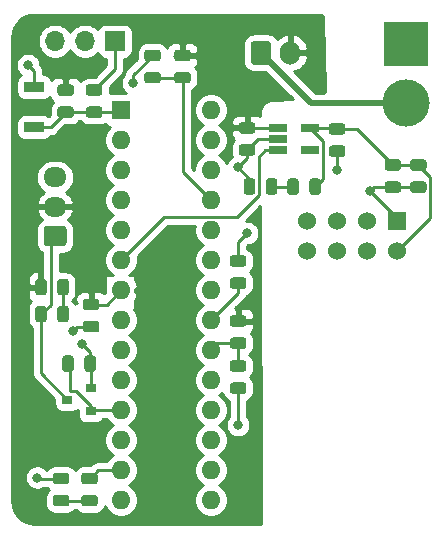
<source format=gbr>
G04 #@! TF.GenerationSoftware,KiCad,Pcbnew,5.1.6-c6e7f7d~87~ubuntu20.04.1*
G04 #@! TF.CreationDate,2020-11-08T20:48:53+01:00*
G04 #@! TF.ProjectId,soil_humidity_module,736f696c-5f68-4756-9d69-646974795f6d,rev?*
G04 #@! TF.SameCoordinates,Original*
G04 #@! TF.FileFunction,Copper,L1,Top*
G04 #@! TF.FilePolarity,Positive*
%FSLAX46Y46*%
G04 Gerber Fmt 4.6, Leading zero omitted, Abs format (unit mm)*
G04 Created by KiCad (PCBNEW 5.1.6-c6e7f7d~87~ubuntu20.04.1) date 2020-11-08 20:48:53*
%MOMM*%
%LPD*%
G01*
G04 APERTURE LIST*
G04 #@! TA.AperFunction,ComponentPad*
%ADD10C,1.524000*%
G04 #@! TD*
G04 #@! TA.AperFunction,ComponentPad*
%ADD11R,1.524000X1.524000*%
G04 #@! TD*
G04 #@! TA.AperFunction,ComponentPad*
%ADD12O,1.700000X2.000000*%
G04 #@! TD*
G04 #@! TA.AperFunction,SMDPad,CuDef*
%ADD13R,1.700000X0.900000*%
G04 #@! TD*
G04 #@! TA.AperFunction,ComponentPad*
%ADD14O,1.950000X1.700000*%
G04 #@! TD*
G04 #@! TA.AperFunction,SMDPad,CuDef*
%ADD15R,1.560000X0.650000*%
G04 #@! TD*
G04 #@! TA.AperFunction,ComponentPad*
%ADD16R,3.800000X3.800000*%
G04 #@! TD*
G04 #@! TA.AperFunction,ComponentPad*
%ADD17C,4.000000*%
G04 #@! TD*
G04 #@! TA.AperFunction,SMDPad,CuDef*
%ADD18R,0.900000X0.800000*%
G04 #@! TD*
G04 #@! TA.AperFunction,ComponentPad*
%ADD19R,1.700000X1.700000*%
G04 #@! TD*
G04 #@! TA.AperFunction,ComponentPad*
%ADD20O,1.700000X1.700000*%
G04 #@! TD*
G04 #@! TA.AperFunction,ComponentPad*
%ADD21R,1.600000X1.600000*%
G04 #@! TD*
G04 #@! TA.AperFunction,ComponentPad*
%ADD22O,1.600000X1.600000*%
G04 #@! TD*
G04 #@! TA.AperFunction,ViaPad*
%ADD23C,0.800000*%
G04 #@! TD*
G04 #@! TA.AperFunction,Conductor*
%ADD24C,0.500000*%
G04 #@! TD*
G04 #@! TA.AperFunction,Conductor*
%ADD25C,0.250000*%
G04 #@! TD*
G04 #@! TA.AperFunction,Conductor*
%ADD26C,0.254000*%
G04 #@! TD*
G04 APERTURE END LIST*
D10*
X161544000Y-105156000D03*
X161544000Y-102616000D03*
X164084000Y-105156000D03*
X164084000Y-102616000D03*
X166624000Y-105156000D03*
X166624000Y-102616000D03*
X169164000Y-105156000D03*
D11*
X169164000Y-102616000D03*
D12*
X160132400Y-88366600D03*
G04 #@! TA.AperFunction,ComponentPad*
G36*
G01*
X156782400Y-89116600D02*
X156782400Y-87616600D01*
G75*
G02*
X157032400Y-87366600I250000J0D01*
G01*
X158232400Y-87366600D01*
G75*
G02*
X158482400Y-87616600I0J-250000D01*
G01*
X158482400Y-89116600D01*
G75*
G02*
X158232400Y-89366600I-250000J0D01*
G01*
X157032400Y-89366600D01*
G75*
G02*
X156782400Y-89116600I0J250000D01*
G01*
G37*
G04 #@! TD.AperFunction*
D13*
X138430000Y-94664000D03*
X138430000Y-91264000D03*
D14*
X140208000Y-98886000D03*
X140208000Y-101386000D03*
G04 #@! TA.AperFunction,ComponentPad*
G36*
G01*
X140933000Y-104736000D02*
X139483000Y-104736000D01*
G75*
G02*
X139233000Y-104486000I0J250000D01*
G01*
X139233000Y-103286000D01*
G75*
G02*
X139483000Y-103036000I250000J0D01*
G01*
X140933000Y-103036000D01*
G75*
G02*
X141183000Y-103286000I0J-250000D01*
G01*
X141183000Y-104486000D01*
G75*
G02*
X140933000Y-104736000I-250000J0D01*
G01*
G37*
G04 #@! TD.AperFunction*
G04 #@! TA.AperFunction,SMDPad,CuDef*
G36*
G01*
X161740000Y-100151250D02*
X161740000Y-99238750D01*
G75*
G02*
X161983750Y-98995000I243750J0D01*
G01*
X162471250Y-98995000D01*
G75*
G02*
X162715000Y-99238750I0J-243750D01*
G01*
X162715000Y-100151250D01*
G75*
G02*
X162471250Y-100395000I-243750J0D01*
G01*
X161983750Y-100395000D01*
G75*
G02*
X161740000Y-100151250I0J243750D01*
G01*
G37*
G04 #@! TD.AperFunction*
G04 #@! TA.AperFunction,SMDPad,CuDef*
G36*
G01*
X159865000Y-100151250D02*
X159865000Y-99238750D01*
G75*
G02*
X160108750Y-98995000I243750J0D01*
G01*
X160596250Y-98995000D01*
G75*
G02*
X160840000Y-99238750I0J-243750D01*
G01*
X160840000Y-100151250D01*
G75*
G02*
X160596250Y-100395000I-243750J0D01*
G01*
X160108750Y-100395000D01*
G75*
G02*
X159865000Y-100151250I0J243750D01*
G01*
G37*
G04 #@! TD.AperFunction*
G04 #@! TA.AperFunction,SMDPad,CuDef*
G36*
G01*
X163627750Y-96208000D02*
X164540250Y-96208000D01*
G75*
G02*
X164784000Y-96451750I0J-243750D01*
G01*
X164784000Y-96939250D01*
G75*
G02*
X164540250Y-97183000I-243750J0D01*
G01*
X163627750Y-97183000D01*
G75*
G02*
X163384000Y-96939250I0J243750D01*
G01*
X163384000Y-96451750D01*
G75*
G02*
X163627750Y-96208000I243750J0D01*
G01*
G37*
G04 #@! TD.AperFunction*
G04 #@! TA.AperFunction,SMDPad,CuDef*
G36*
G01*
X163627750Y-94333000D02*
X164540250Y-94333000D01*
G75*
G02*
X164784000Y-94576750I0J-243750D01*
G01*
X164784000Y-95064250D01*
G75*
G02*
X164540250Y-95308000I-243750J0D01*
G01*
X163627750Y-95308000D01*
G75*
G02*
X163384000Y-95064250I0J243750D01*
G01*
X163384000Y-94576750D01*
G75*
G02*
X163627750Y-94333000I243750J0D01*
G01*
G37*
G04 #@! TD.AperFunction*
D15*
X161751000Y-94706400D03*
X161751000Y-96606400D03*
X159051000Y-96606400D03*
X159051000Y-95656400D03*
X159051000Y-94706400D03*
G04 #@! TA.AperFunction,SMDPad,CuDef*
G36*
G01*
X139504000Y-110033750D02*
X139504000Y-110946250D01*
G75*
G02*
X139260250Y-111190000I-243750J0D01*
G01*
X138772750Y-111190000D01*
G75*
G02*
X138529000Y-110946250I0J243750D01*
G01*
X138529000Y-110033750D01*
G75*
G02*
X138772750Y-109790000I243750J0D01*
G01*
X139260250Y-109790000D01*
G75*
G02*
X139504000Y-110033750I0J-243750D01*
G01*
G37*
G04 #@! TD.AperFunction*
G04 #@! TA.AperFunction,SMDPad,CuDef*
G36*
G01*
X141379000Y-110033750D02*
X141379000Y-110946250D01*
G75*
G02*
X141135250Y-111190000I-243750J0D01*
G01*
X140647750Y-111190000D01*
G75*
G02*
X140404000Y-110946250I0J243750D01*
G01*
X140404000Y-110033750D01*
G75*
G02*
X140647750Y-109790000I243750J0D01*
G01*
X141135250Y-109790000D01*
G75*
G02*
X141379000Y-110033750I0J-243750D01*
G01*
G37*
G04 #@! TD.AperFunction*
G04 #@! TA.AperFunction,SMDPad,CuDef*
G36*
G01*
X142799750Y-111067000D02*
X143712250Y-111067000D01*
G75*
G02*
X143956000Y-111310750I0J-243750D01*
G01*
X143956000Y-111798250D01*
G75*
G02*
X143712250Y-112042000I-243750J0D01*
G01*
X142799750Y-112042000D01*
G75*
G02*
X142556000Y-111798250I0J243750D01*
G01*
X142556000Y-111310750D01*
G75*
G02*
X142799750Y-111067000I243750J0D01*
G01*
G37*
G04 #@! TD.AperFunction*
G04 #@! TA.AperFunction,SMDPad,CuDef*
G36*
G01*
X142799750Y-109192000D02*
X143712250Y-109192000D01*
G75*
G02*
X143956000Y-109435750I0J-243750D01*
G01*
X143956000Y-109923250D01*
G75*
G02*
X143712250Y-110167000I-243750J0D01*
G01*
X142799750Y-110167000D01*
G75*
G02*
X142556000Y-109923250I0J243750D01*
G01*
X142556000Y-109435750D01*
G75*
G02*
X142799750Y-109192000I243750J0D01*
G01*
G37*
G04 #@! TD.AperFunction*
D16*
X169926000Y-87630000D03*
D17*
X169926000Y-92630000D03*
G04 #@! TA.AperFunction,SMDPad,CuDef*
G36*
G01*
X142672750Y-125799000D02*
X143585250Y-125799000D01*
G75*
G02*
X143829000Y-126042750I0J-243750D01*
G01*
X143829000Y-126530250D01*
G75*
G02*
X143585250Y-126774000I-243750J0D01*
G01*
X142672750Y-126774000D01*
G75*
G02*
X142429000Y-126530250I0J243750D01*
G01*
X142429000Y-126042750D01*
G75*
G02*
X142672750Y-125799000I243750J0D01*
G01*
G37*
G04 #@! TD.AperFunction*
G04 #@! TA.AperFunction,SMDPad,CuDef*
G36*
G01*
X142672750Y-123924000D02*
X143585250Y-123924000D01*
G75*
G02*
X143829000Y-124167750I0J-243750D01*
G01*
X143829000Y-124655250D01*
G75*
G02*
X143585250Y-124899000I-243750J0D01*
G01*
X142672750Y-124899000D01*
G75*
G02*
X142429000Y-124655250I0J243750D01*
G01*
X142429000Y-124167750D01*
G75*
G02*
X142672750Y-123924000I243750J0D01*
G01*
G37*
G04 #@! TD.AperFunction*
G04 #@! TA.AperFunction,SMDPad,CuDef*
G36*
G01*
X140259750Y-125799000D02*
X141172250Y-125799000D01*
G75*
G02*
X141416000Y-126042750I0J-243750D01*
G01*
X141416000Y-126530250D01*
G75*
G02*
X141172250Y-126774000I-243750J0D01*
G01*
X140259750Y-126774000D01*
G75*
G02*
X140016000Y-126530250I0J243750D01*
G01*
X140016000Y-126042750D01*
G75*
G02*
X140259750Y-125799000I243750J0D01*
G01*
G37*
G04 #@! TD.AperFunction*
G04 #@! TA.AperFunction,SMDPad,CuDef*
G36*
G01*
X140259750Y-123924000D02*
X141172250Y-123924000D01*
G75*
G02*
X141416000Y-124167750I0J-243750D01*
G01*
X141416000Y-124655250D01*
G75*
G02*
X141172250Y-124899000I-243750J0D01*
G01*
X140259750Y-124899000D01*
G75*
G02*
X140016000Y-124655250I0J243750D01*
G01*
X140016000Y-124167750D01*
G75*
G02*
X140259750Y-123924000I243750J0D01*
G01*
G37*
G04 #@! TD.AperFunction*
G04 #@! TA.AperFunction,SMDPad,CuDef*
G36*
G01*
X156158250Y-106484000D02*
X155245750Y-106484000D01*
G75*
G02*
X155002000Y-106240250I0J243750D01*
G01*
X155002000Y-105752750D01*
G75*
G02*
X155245750Y-105509000I243750J0D01*
G01*
X156158250Y-105509000D01*
G75*
G02*
X156402000Y-105752750I0J-243750D01*
G01*
X156402000Y-106240250D01*
G75*
G02*
X156158250Y-106484000I-243750J0D01*
G01*
G37*
G04 #@! TD.AperFunction*
G04 #@! TA.AperFunction,SMDPad,CuDef*
G36*
G01*
X156158250Y-108359000D02*
X155245750Y-108359000D01*
G75*
G02*
X155002000Y-108115250I0J243750D01*
G01*
X155002000Y-107627750D01*
G75*
G02*
X155245750Y-107384000I243750J0D01*
G01*
X156158250Y-107384000D01*
G75*
G02*
X156402000Y-107627750I0J-243750D01*
G01*
X156402000Y-108115250D01*
G75*
G02*
X156158250Y-108359000I-243750J0D01*
G01*
G37*
G04 #@! TD.AperFunction*
D18*
X141240000Y-117729000D03*
X143240000Y-116779000D03*
X143240000Y-118679000D03*
G04 #@! TA.AperFunction,SMDPad,CuDef*
G36*
G01*
X142690000Y-115137250D02*
X142690000Y-114224750D01*
G75*
G02*
X142933750Y-113981000I243750J0D01*
G01*
X143421250Y-113981000D01*
G75*
G02*
X143665000Y-114224750I0J-243750D01*
G01*
X143665000Y-115137250D01*
G75*
G02*
X143421250Y-115381000I-243750J0D01*
G01*
X142933750Y-115381000D01*
G75*
G02*
X142690000Y-115137250I0J243750D01*
G01*
G37*
G04 #@! TD.AperFunction*
G04 #@! TA.AperFunction,SMDPad,CuDef*
G36*
G01*
X140815000Y-115137250D02*
X140815000Y-114224750D01*
G75*
G02*
X141058750Y-113981000I243750J0D01*
G01*
X141546250Y-113981000D01*
G75*
G02*
X141790000Y-114224750I0J-243750D01*
G01*
X141790000Y-115137250D01*
G75*
G02*
X141546250Y-115381000I-243750J0D01*
G01*
X141058750Y-115381000D01*
G75*
G02*
X140815000Y-115137250I0J243750D01*
G01*
G37*
G04 #@! TD.AperFunction*
G04 #@! TA.AperFunction,SMDPad,CuDef*
G36*
G01*
X155245750Y-112464000D02*
X156158250Y-112464000D01*
G75*
G02*
X156402000Y-112707750I0J-243750D01*
G01*
X156402000Y-113195250D01*
G75*
G02*
X156158250Y-113439000I-243750J0D01*
G01*
X155245750Y-113439000D01*
G75*
G02*
X155002000Y-113195250I0J243750D01*
G01*
X155002000Y-112707750D01*
G75*
G02*
X155245750Y-112464000I243750J0D01*
G01*
G37*
G04 #@! TD.AperFunction*
G04 #@! TA.AperFunction,SMDPad,CuDef*
G36*
G01*
X155245750Y-110589000D02*
X156158250Y-110589000D01*
G75*
G02*
X156402000Y-110832750I0J-243750D01*
G01*
X156402000Y-111320250D01*
G75*
G02*
X156158250Y-111564000I-243750J0D01*
G01*
X155245750Y-111564000D01*
G75*
G02*
X155002000Y-111320250I0J243750D01*
G01*
X155002000Y-110832750D01*
G75*
G02*
X155245750Y-110589000I243750J0D01*
G01*
G37*
G04 #@! TD.AperFunction*
G04 #@! TA.AperFunction,SMDPad,CuDef*
G36*
G01*
X155245750Y-116274000D02*
X156158250Y-116274000D01*
G75*
G02*
X156402000Y-116517750I0J-243750D01*
G01*
X156402000Y-117005250D01*
G75*
G02*
X156158250Y-117249000I-243750J0D01*
G01*
X155245750Y-117249000D01*
G75*
G02*
X155002000Y-117005250I0J243750D01*
G01*
X155002000Y-116517750D01*
G75*
G02*
X155245750Y-116274000I243750J0D01*
G01*
G37*
G04 #@! TD.AperFunction*
G04 #@! TA.AperFunction,SMDPad,CuDef*
G36*
G01*
X155245750Y-114399000D02*
X156158250Y-114399000D01*
G75*
G02*
X156402000Y-114642750I0J-243750D01*
G01*
X156402000Y-115130250D01*
G75*
G02*
X156158250Y-115374000I-243750J0D01*
G01*
X155245750Y-115374000D01*
G75*
G02*
X155002000Y-115130250I0J243750D01*
G01*
X155002000Y-114642750D01*
G75*
G02*
X155245750Y-114399000I243750J0D01*
G01*
G37*
G04 #@! TD.AperFunction*
D19*
X145288000Y-87376000D03*
D20*
X142748000Y-87376000D03*
X140208000Y-87376000D03*
G04 #@! TA.AperFunction,SMDPad,CuDef*
G36*
G01*
X143966250Y-92006000D02*
X143053750Y-92006000D01*
G75*
G02*
X142810000Y-91762250I0J243750D01*
G01*
X142810000Y-91274750D01*
G75*
G02*
X143053750Y-91031000I243750J0D01*
G01*
X143966250Y-91031000D01*
G75*
G02*
X144210000Y-91274750I0J-243750D01*
G01*
X144210000Y-91762250D01*
G75*
G02*
X143966250Y-92006000I-243750J0D01*
G01*
G37*
G04 #@! TD.AperFunction*
G04 #@! TA.AperFunction,SMDPad,CuDef*
G36*
G01*
X143966250Y-93881000D02*
X143053750Y-93881000D01*
G75*
G02*
X142810000Y-93637250I0J243750D01*
G01*
X142810000Y-93149750D01*
G75*
G02*
X143053750Y-92906000I243750J0D01*
G01*
X143966250Y-92906000D01*
G75*
G02*
X144210000Y-93149750I0J-243750D01*
G01*
X144210000Y-93637250D01*
G75*
G02*
X143966250Y-93881000I-243750J0D01*
G01*
G37*
G04 #@! TD.AperFunction*
G04 #@! TA.AperFunction,SMDPad,CuDef*
G36*
G01*
X168352150Y-99256000D02*
X169264650Y-99256000D01*
G75*
G02*
X169508400Y-99499750I0J-243750D01*
G01*
X169508400Y-99987250D01*
G75*
G02*
X169264650Y-100231000I-243750J0D01*
G01*
X168352150Y-100231000D01*
G75*
G02*
X168108400Y-99987250I0J243750D01*
G01*
X168108400Y-99499750D01*
G75*
G02*
X168352150Y-99256000I243750J0D01*
G01*
G37*
G04 #@! TD.AperFunction*
G04 #@! TA.AperFunction,SMDPad,CuDef*
G36*
G01*
X168352150Y-97381000D02*
X169264650Y-97381000D01*
G75*
G02*
X169508400Y-97624750I0J-243750D01*
G01*
X169508400Y-98112250D01*
G75*
G02*
X169264650Y-98356000I-243750J0D01*
G01*
X168352150Y-98356000D01*
G75*
G02*
X168108400Y-98112250I0J243750D01*
G01*
X168108400Y-97624750D01*
G75*
G02*
X168352150Y-97381000I243750J0D01*
G01*
G37*
G04 #@! TD.AperFunction*
G04 #@! TA.AperFunction,SMDPad,CuDef*
G36*
G01*
X170511150Y-99256000D02*
X171423650Y-99256000D01*
G75*
G02*
X171667400Y-99499750I0J-243750D01*
G01*
X171667400Y-99987250D01*
G75*
G02*
X171423650Y-100231000I-243750J0D01*
G01*
X170511150Y-100231000D01*
G75*
G02*
X170267400Y-99987250I0J243750D01*
G01*
X170267400Y-99499750D01*
G75*
G02*
X170511150Y-99256000I243750J0D01*
G01*
G37*
G04 #@! TD.AperFunction*
G04 #@! TA.AperFunction,SMDPad,CuDef*
G36*
G01*
X170511150Y-97381000D02*
X171423650Y-97381000D01*
G75*
G02*
X171667400Y-97624750I0J-243750D01*
G01*
X171667400Y-98112250D01*
G75*
G02*
X171423650Y-98356000I-243750J0D01*
G01*
X170511150Y-98356000D01*
G75*
G02*
X170267400Y-98112250I0J243750D01*
G01*
X170267400Y-97624750D01*
G75*
G02*
X170511150Y-97381000I243750J0D01*
G01*
G37*
G04 #@! TD.AperFunction*
G04 #@! TA.AperFunction,SMDPad,CuDef*
G36*
G01*
X157157000Y-99238750D02*
X157157000Y-100151250D01*
G75*
G02*
X156913250Y-100395000I-243750J0D01*
G01*
X156425750Y-100395000D01*
G75*
G02*
X156182000Y-100151250I0J243750D01*
G01*
X156182000Y-99238750D01*
G75*
G02*
X156425750Y-98995000I243750J0D01*
G01*
X156913250Y-98995000D01*
G75*
G02*
X157157000Y-99238750I0J-243750D01*
G01*
G37*
G04 #@! TD.AperFunction*
G04 #@! TA.AperFunction,SMDPad,CuDef*
G36*
G01*
X159032000Y-99238750D02*
X159032000Y-100151250D01*
G75*
G02*
X158788250Y-100395000I-243750J0D01*
G01*
X158300750Y-100395000D01*
G75*
G02*
X158057000Y-100151250I0J243750D01*
G01*
X158057000Y-99238750D01*
G75*
G02*
X158300750Y-98995000I243750J0D01*
G01*
X158788250Y-98995000D01*
G75*
G02*
X159032000Y-99238750I0J-243750D01*
G01*
G37*
G04 #@! TD.AperFunction*
G04 #@! TA.AperFunction,SMDPad,CuDef*
G36*
G01*
X139504000Y-107747750D02*
X139504000Y-108660250D01*
G75*
G02*
X139260250Y-108904000I-243750J0D01*
G01*
X138772750Y-108904000D01*
G75*
G02*
X138529000Y-108660250I0J243750D01*
G01*
X138529000Y-107747750D01*
G75*
G02*
X138772750Y-107504000I243750J0D01*
G01*
X139260250Y-107504000D01*
G75*
G02*
X139504000Y-107747750I0J-243750D01*
G01*
G37*
G04 #@! TD.AperFunction*
G04 #@! TA.AperFunction,SMDPad,CuDef*
G36*
G01*
X141379000Y-107747750D02*
X141379000Y-108660250D01*
G75*
G02*
X141135250Y-108904000I-243750J0D01*
G01*
X140647750Y-108904000D01*
G75*
G02*
X140404000Y-108660250I0J243750D01*
G01*
X140404000Y-107747750D01*
G75*
G02*
X140647750Y-107504000I243750J0D01*
G01*
X141135250Y-107504000D01*
G75*
G02*
X141379000Y-107747750I0J-243750D01*
G01*
G37*
G04 #@! TD.AperFunction*
G04 #@! TA.AperFunction,SMDPad,CuDef*
G36*
G01*
X156007750Y-94231400D02*
X156920250Y-94231400D01*
G75*
G02*
X157164000Y-94475150I0J-243750D01*
G01*
X157164000Y-94962650D01*
G75*
G02*
X156920250Y-95206400I-243750J0D01*
G01*
X156007750Y-95206400D01*
G75*
G02*
X155764000Y-94962650I0J243750D01*
G01*
X155764000Y-94475150D01*
G75*
G02*
X156007750Y-94231400I243750J0D01*
G01*
G37*
G04 #@! TD.AperFunction*
G04 #@! TA.AperFunction,SMDPad,CuDef*
G36*
G01*
X156007750Y-96106400D02*
X156920250Y-96106400D01*
G75*
G02*
X157164000Y-96350150I0J-243750D01*
G01*
X157164000Y-96837650D01*
G75*
G02*
X156920250Y-97081400I-243750J0D01*
G01*
X156007750Y-97081400D01*
G75*
G02*
X155764000Y-96837650I0J243750D01*
G01*
X155764000Y-96350150D01*
G75*
G02*
X156007750Y-96106400I243750J0D01*
G01*
G37*
G04 #@! TD.AperFunction*
G04 #@! TA.AperFunction,SMDPad,CuDef*
G36*
G01*
X141553250Y-93881000D02*
X140640750Y-93881000D01*
G75*
G02*
X140397000Y-93637250I0J243750D01*
G01*
X140397000Y-93149750D01*
G75*
G02*
X140640750Y-92906000I243750J0D01*
G01*
X141553250Y-92906000D01*
G75*
G02*
X141797000Y-93149750I0J-243750D01*
G01*
X141797000Y-93637250D01*
G75*
G02*
X141553250Y-93881000I-243750J0D01*
G01*
G37*
G04 #@! TD.AperFunction*
G04 #@! TA.AperFunction,SMDPad,CuDef*
G36*
G01*
X141553250Y-92006000D02*
X140640750Y-92006000D01*
G75*
G02*
X140397000Y-91762250I0J243750D01*
G01*
X140397000Y-91274750D01*
G75*
G02*
X140640750Y-91031000I243750J0D01*
G01*
X141553250Y-91031000D01*
G75*
G02*
X141797000Y-91274750I0J-243750D01*
G01*
X141797000Y-91762250D01*
G75*
G02*
X141553250Y-92006000I-243750J0D01*
G01*
G37*
G04 #@! TD.AperFunction*
G04 #@! TA.AperFunction,SMDPad,CuDef*
G36*
G01*
X150546750Y-89985000D02*
X151459250Y-89985000D01*
G75*
G02*
X151703000Y-90228750I0J-243750D01*
G01*
X151703000Y-90716250D01*
G75*
G02*
X151459250Y-90960000I-243750J0D01*
G01*
X150546750Y-90960000D01*
G75*
G02*
X150303000Y-90716250I0J243750D01*
G01*
X150303000Y-90228750D01*
G75*
G02*
X150546750Y-89985000I243750J0D01*
G01*
G37*
G04 #@! TD.AperFunction*
G04 #@! TA.AperFunction,SMDPad,CuDef*
G36*
G01*
X150546750Y-88110000D02*
X151459250Y-88110000D01*
G75*
G02*
X151703000Y-88353750I0J-243750D01*
G01*
X151703000Y-88841250D01*
G75*
G02*
X151459250Y-89085000I-243750J0D01*
G01*
X150546750Y-89085000D01*
G75*
G02*
X150303000Y-88841250I0J243750D01*
G01*
X150303000Y-88353750D01*
G75*
G02*
X150546750Y-88110000I243750J0D01*
G01*
G37*
G04 #@! TD.AperFunction*
G04 #@! TA.AperFunction,SMDPad,CuDef*
G36*
G01*
X148919250Y-89085000D02*
X148006750Y-89085000D01*
G75*
G02*
X147763000Y-88841250I0J243750D01*
G01*
X147763000Y-88353750D01*
G75*
G02*
X148006750Y-88110000I243750J0D01*
G01*
X148919250Y-88110000D01*
G75*
G02*
X149163000Y-88353750I0J-243750D01*
G01*
X149163000Y-88841250D01*
G75*
G02*
X148919250Y-89085000I-243750J0D01*
G01*
G37*
G04 #@! TD.AperFunction*
G04 #@! TA.AperFunction,SMDPad,CuDef*
G36*
G01*
X148919250Y-90960000D02*
X148006750Y-90960000D01*
G75*
G02*
X147763000Y-90716250I0J243750D01*
G01*
X147763000Y-90228750D01*
G75*
G02*
X148006750Y-89985000I243750J0D01*
G01*
X148919250Y-89985000D01*
G75*
G02*
X149163000Y-90228750I0J-243750D01*
G01*
X149163000Y-90716250D01*
G75*
G02*
X148919250Y-90960000I-243750J0D01*
G01*
G37*
G04 #@! TD.AperFunction*
D21*
X145796000Y-93218000D03*
D22*
X153416000Y-126238000D03*
X145796000Y-95758000D03*
X153416000Y-123698000D03*
X145796000Y-98298000D03*
X153416000Y-121158000D03*
X145796000Y-100838000D03*
X153416000Y-118618000D03*
X145796000Y-103378000D03*
X153416000Y-116078000D03*
X145796000Y-105918000D03*
X153416000Y-113538000D03*
X145796000Y-108458000D03*
X153416000Y-110998000D03*
X145796000Y-110998000D03*
X153416000Y-108458000D03*
X145796000Y-113538000D03*
X153416000Y-105918000D03*
X145796000Y-116078000D03*
X153416000Y-103378000D03*
X145796000Y-118618000D03*
X153416000Y-100838000D03*
X145796000Y-121158000D03*
X153416000Y-98298000D03*
X145796000Y-123698000D03*
X153416000Y-95758000D03*
X145796000Y-126238000D03*
X153416000Y-93218000D03*
D23*
X166878000Y-100076000D03*
X164084000Y-98298000D03*
X155702000Y-98044000D03*
X141732000Y-111887000D03*
X155702000Y-119888000D03*
X156464000Y-103632000D03*
X138684000Y-124333000D03*
X146812000Y-90932000D03*
X142494000Y-113030000D03*
X137922000Y-89408000D03*
D24*
X161895800Y-92630000D02*
X157632400Y-88366600D01*
X169926000Y-92630000D02*
X161895800Y-92630000D01*
D25*
X155702000Y-105996500D02*
X155242500Y-105996500D01*
X156464000Y-96593900D02*
X156464000Y-96799400D01*
X169951400Y-99743500D02*
X169999900Y-99743500D01*
X143240000Y-114743500D02*
X143177500Y-114681000D01*
X143240000Y-116779000D02*
X143240000Y-114743500D01*
X155702000Y-104394000D02*
X156464000Y-103632000D01*
X155702000Y-105996500D02*
X155702000Y-104394000D01*
X146812000Y-90248500D02*
X146812000Y-90932000D01*
X148463000Y-88597500D02*
X146812000Y-90248500D01*
X143256000Y-111554500D02*
X142699500Y-111554500D01*
X143177500Y-114681000D02*
X143177500Y-114602500D01*
X155702000Y-116761500D02*
X155702000Y-119888000D01*
X138762500Y-124411500D02*
X138684000Y-124333000D01*
X140716000Y-124411500D02*
X138762500Y-124411500D01*
X142064500Y-111554500D02*
X141732000Y-111887000D01*
X143256000Y-111554500D02*
X142064500Y-111554500D01*
X143177500Y-113713500D02*
X142494000Y-113030000D01*
X143177500Y-114681000D02*
X143177500Y-113713500D01*
X138430000Y-91264000D02*
X138430000Y-91186000D01*
X138430000Y-89916000D02*
X137922000Y-89408000D01*
X138430000Y-91264000D02*
X138430000Y-89916000D01*
X170967400Y-99743500D02*
X168808400Y-99743500D01*
X157401500Y-95656400D02*
X156464000Y-96593900D01*
X159051000Y-95656400D02*
X157401500Y-95656400D01*
X156464000Y-97282000D02*
X155702000Y-98044000D01*
X156464000Y-96593900D02*
X156464000Y-97282000D01*
X156669500Y-99011500D02*
X155702000Y-98044000D01*
X156669500Y-99695000D02*
X156669500Y-99011500D01*
X164084000Y-96695500D02*
X164084000Y-98171000D01*
X167210500Y-99743500D02*
X166878000Y-100076000D01*
X168808400Y-99743500D02*
X167210500Y-99743500D01*
X169164000Y-102362000D02*
X166878000Y-100076000D01*
X169164000Y-102616000D02*
X169164000Y-102362000D01*
X161751000Y-94706400D02*
X162323500Y-94706400D01*
X170967400Y-97868500D02*
X168808400Y-97868500D01*
X163969900Y-94706400D02*
X164084000Y-94820500D01*
X161751000Y-94706400D02*
X163969900Y-94706400D01*
X162856001Y-99066499D02*
X162227500Y-99695000D01*
X162856001Y-95811401D02*
X162856001Y-99066499D01*
X161751000Y-94706400D02*
X162856001Y-95811401D01*
X165760400Y-94820500D02*
X168808400Y-97868500D01*
X164084000Y-94820500D02*
X165760400Y-94820500D01*
X171992410Y-102327590D02*
X169164000Y-105156000D01*
X171992410Y-98893510D02*
X171992410Y-102327590D01*
X170967400Y-97868500D02*
X171992410Y-98893510D01*
X149461001Y-102252999D02*
X145796000Y-105918000D01*
X155615851Y-102252999D02*
X149461001Y-102252999D01*
X157482010Y-100386840D02*
X155615851Y-102252999D01*
X157482010Y-97145390D02*
X157482010Y-100386840D01*
X158021000Y-96606400D02*
X157482010Y-97145390D01*
X159051000Y-96606400D02*
X158021000Y-96606400D01*
X143177500Y-118491500D02*
X143177500Y-118491000D01*
X143177500Y-118491500D02*
X143177000Y-118491000D01*
X145796000Y-117934500D02*
X145796000Y-118618000D01*
X143240000Y-118293998D02*
X141950001Y-117003999D01*
X143240000Y-118679000D02*
X143240000Y-118293998D01*
X141950001Y-117003999D02*
X141478000Y-117003999D01*
X141478000Y-114856500D02*
X141302500Y-114681000D01*
X141478000Y-117003999D02*
X141478000Y-114856500D01*
X143301000Y-118618000D02*
X143240000Y-118679000D01*
X145796000Y-118618000D02*
X143301000Y-118618000D01*
X148463000Y-90472500D02*
X151003000Y-90472500D01*
X151003000Y-98425000D02*
X153416000Y-100838000D01*
X151003000Y-90472500D02*
X151003000Y-98425000D01*
X160352500Y-99695000D02*
X158544500Y-99695000D01*
X140891500Y-108204000D02*
X140891500Y-110490000D01*
X145082500Y-92504500D02*
X145796000Y-93218000D01*
X142972000Y-93393500D02*
X143510000Y-93393500D01*
X141097000Y-93393500D02*
X143510000Y-93393500D01*
X145620500Y-93393500D02*
X145796000Y-93218000D01*
X143510000Y-93393500D02*
X145620500Y-93393500D01*
X139826500Y-94664000D02*
X141097000Y-93393500D01*
X138430000Y-94664000D02*
X139826500Y-94664000D01*
X153416000Y-110665500D02*
X153416000Y-110998000D01*
X155702000Y-108712000D02*
X153416000Y-110998000D01*
X155702000Y-107871500D02*
X155702000Y-108712000D01*
X153494500Y-113459500D02*
X153416000Y-113538000D01*
X155702000Y-112951500D02*
X155702000Y-114886500D01*
X154002500Y-112951500D02*
X153416000Y-113538000D01*
X155702000Y-112951500D02*
X154002500Y-112951500D01*
X150306000Y-88659700D02*
X150495000Y-88470500D01*
X145747500Y-108506500D02*
X145796000Y-108458000D01*
X159038500Y-94718900D02*
X159051000Y-94706400D01*
X156464000Y-94718900D02*
X159038500Y-94718900D01*
X143256000Y-109679500D02*
X143969500Y-109679500D01*
X143461500Y-109474000D02*
X143256000Y-109679500D01*
X144574500Y-109679500D02*
X145796000Y-108458000D01*
X143256000Y-109679500D02*
X144574500Y-109679500D01*
X145717500Y-123698000D02*
X145796000Y-123698000D01*
X143842500Y-123698000D02*
X143129000Y-124411500D01*
X145796000Y-123698000D02*
X143842500Y-123698000D01*
X143129000Y-126286500D02*
X140716000Y-126286500D01*
X139016500Y-115505500D02*
X141240000Y-117729000D01*
X139016500Y-110490000D02*
X139016500Y-115505500D01*
X139829010Y-109677490D02*
X139016500Y-110490000D01*
X139829010Y-104264990D02*
X139829010Y-109677490D01*
X140208000Y-103886000D02*
X139829010Y-104264990D01*
X143256000Y-91264500D02*
X143510000Y-91518500D01*
X145288000Y-89740500D02*
X143510000Y-91518500D01*
X145288000Y-87376000D02*
X145288000Y-89740500D01*
X145796000Y-102719000D02*
X145796000Y-103378000D01*
D26*
G36*
X162843056Y-85145842D02*
G01*
X162894925Y-85305741D01*
X162915905Y-85478731D01*
X163059046Y-91392925D01*
X163045625Y-91571537D01*
X162998974Y-91737909D01*
X162995356Y-91745000D01*
X162262379Y-91745000D01*
X160459994Y-89942615D01*
X160489290Y-89958076D01*
X160501661Y-89956154D01*
X160775409Y-89856454D01*
X161024446Y-89705264D01*
X161239202Y-89508395D01*
X161411425Y-89273412D01*
X161534496Y-89009345D01*
X161603685Y-88726342D01*
X161459632Y-88493600D01*
X160259400Y-88493600D01*
X160259400Y-88513600D01*
X160005400Y-88513600D01*
X160005400Y-88493600D01*
X159985400Y-88493600D01*
X159985400Y-88239600D01*
X160005400Y-88239600D01*
X160005400Y-86896445D01*
X160259400Y-86896445D01*
X160259400Y-88239600D01*
X161459632Y-88239600D01*
X161603685Y-88006858D01*
X161534496Y-87723855D01*
X161411425Y-87459788D01*
X161239202Y-87224805D01*
X161024446Y-87027936D01*
X160775409Y-86876746D01*
X160501661Y-86777046D01*
X160489290Y-86775124D01*
X160259400Y-86896445D01*
X160005400Y-86896445D01*
X159775510Y-86775124D01*
X159763139Y-86777046D01*
X159489391Y-86876746D01*
X159240354Y-87027936D01*
X159025598Y-87224805D01*
X159025314Y-87225193D01*
X158970805Y-87123214D01*
X158860362Y-86988638D01*
X158725786Y-86878195D01*
X158572250Y-86796128D01*
X158405654Y-86745592D01*
X158232400Y-86728528D01*
X157032400Y-86728528D01*
X156859146Y-86745592D01*
X156692550Y-86796128D01*
X156539014Y-86878195D01*
X156404438Y-86988638D01*
X156293995Y-87123214D01*
X156211928Y-87276750D01*
X156161392Y-87443346D01*
X156144328Y-87616600D01*
X156144328Y-89116600D01*
X156161392Y-89289854D01*
X156211928Y-89456450D01*
X156293995Y-89609986D01*
X156404438Y-89744562D01*
X156539014Y-89855005D01*
X156692550Y-89937072D01*
X156859146Y-89987608D01*
X157032400Y-90004672D01*
X158018894Y-90004672D01*
X160322323Y-92308101D01*
X158671254Y-92321143D01*
X158658849Y-92321849D01*
X158464504Y-92342483D01*
X158440197Y-92347502D01*
X158253577Y-92405541D01*
X158230709Y-92415193D01*
X158058943Y-92508422D01*
X158038390Y-92522337D01*
X157888036Y-92647195D01*
X157870582Y-92664842D01*
X157747385Y-92816559D01*
X157733697Y-92837264D01*
X157642362Y-93010046D01*
X157632962Y-93033018D01*
X157576978Y-93220264D01*
X157572226Y-93244625D01*
X157553730Y-93439185D01*
X157553161Y-93451597D01*
X157554023Y-93730021D01*
X157518494Y-93700863D01*
X157408180Y-93641898D01*
X157288482Y-93605588D01*
X157164000Y-93593328D01*
X156749750Y-93596400D01*
X156591000Y-93755150D01*
X156591000Y-94591900D01*
X156611000Y-94591900D01*
X156611000Y-94845900D01*
X156591000Y-94845900D01*
X156591000Y-94865900D01*
X156337000Y-94865900D01*
X156337000Y-94845900D01*
X155287750Y-94845900D01*
X155129000Y-95004650D01*
X155125928Y-95206400D01*
X155138188Y-95330882D01*
X155174498Y-95450580D01*
X155233463Y-95560894D01*
X155312815Y-95657585D01*
X155390564Y-95721392D01*
X155384208Y-95726608D01*
X155274542Y-95860236D01*
X155193053Y-96012691D01*
X155142872Y-96178115D01*
X155125928Y-96350150D01*
X155125928Y-96837650D01*
X155142872Y-97009685D01*
X155184017Y-97145322D01*
X155042226Y-97240063D01*
X154898063Y-97384226D01*
X154784795Y-97553744D01*
X154722873Y-97703236D01*
X154687680Y-97618273D01*
X154530637Y-97383241D01*
X154330759Y-97183363D01*
X154098241Y-97028000D01*
X154330759Y-96872637D01*
X154530637Y-96672759D01*
X154687680Y-96437727D01*
X154795853Y-96176574D01*
X154851000Y-95899335D01*
X154851000Y-95616665D01*
X154795853Y-95339426D01*
X154687680Y-95078273D01*
X154530637Y-94843241D01*
X154330759Y-94643363D01*
X154098241Y-94488000D01*
X154330759Y-94332637D01*
X154431996Y-94231400D01*
X155125928Y-94231400D01*
X155129000Y-94433150D01*
X155287750Y-94591900D01*
X156337000Y-94591900D01*
X156337000Y-93755150D01*
X156178250Y-93596400D01*
X155764000Y-93593328D01*
X155639518Y-93605588D01*
X155519820Y-93641898D01*
X155409506Y-93700863D01*
X155312815Y-93780215D01*
X155233463Y-93876906D01*
X155174498Y-93987220D01*
X155138188Y-94106918D01*
X155125928Y-94231400D01*
X154431996Y-94231400D01*
X154530637Y-94132759D01*
X154687680Y-93897727D01*
X154795853Y-93636574D01*
X154851000Y-93359335D01*
X154851000Y-93076665D01*
X154795853Y-92799426D01*
X154687680Y-92538273D01*
X154530637Y-92303241D01*
X154330759Y-92103363D01*
X154095727Y-91946320D01*
X153834574Y-91838147D01*
X153557335Y-91783000D01*
X153274665Y-91783000D01*
X152997426Y-91838147D01*
X152736273Y-91946320D01*
X152501241Y-92103363D01*
X152301363Y-92303241D01*
X152144320Y-92538273D01*
X152036147Y-92799426D01*
X151981000Y-93076665D01*
X151981000Y-93359335D01*
X152036147Y-93636574D01*
X152144320Y-93897727D01*
X152301363Y-94132759D01*
X152501241Y-94332637D01*
X152733759Y-94488000D01*
X152501241Y-94643363D01*
X152301363Y-94843241D01*
X152144320Y-95078273D01*
X152036147Y-95339426D01*
X151981000Y-95616665D01*
X151981000Y-95899335D01*
X152036147Y-96176574D01*
X152144320Y-96437727D01*
X152301363Y-96672759D01*
X152501241Y-96872637D01*
X152733759Y-97028000D01*
X152501241Y-97183363D01*
X152301363Y-97383241D01*
X152144320Y-97618273D01*
X152036147Y-97879426D01*
X151981000Y-98156665D01*
X151981000Y-98328199D01*
X151763000Y-98110199D01*
X151763000Y-91541173D01*
X151796709Y-91530947D01*
X151949164Y-91449458D01*
X152082792Y-91339792D01*
X152192458Y-91206164D01*
X152273947Y-91053709D01*
X152324128Y-90888285D01*
X152341072Y-90716250D01*
X152341072Y-90228750D01*
X152324128Y-90056715D01*
X152273947Y-89891291D01*
X152192458Y-89738836D01*
X152082792Y-89605208D01*
X152076436Y-89599992D01*
X152154185Y-89536185D01*
X152233537Y-89439494D01*
X152292502Y-89329180D01*
X152328812Y-89209482D01*
X152341072Y-89085000D01*
X152338000Y-88883250D01*
X152179250Y-88724500D01*
X151130000Y-88724500D01*
X151130000Y-88744500D01*
X150876000Y-88744500D01*
X150876000Y-88724500D01*
X150856000Y-88724500D01*
X150856000Y-88470500D01*
X150876000Y-88470500D01*
X150876000Y-87633750D01*
X151130000Y-87633750D01*
X151130000Y-88470500D01*
X152179250Y-88470500D01*
X152338000Y-88311750D01*
X152341072Y-88110000D01*
X152328812Y-87985518D01*
X152292502Y-87865820D01*
X152233537Y-87755506D01*
X152154185Y-87658815D01*
X152057494Y-87579463D01*
X151947180Y-87520498D01*
X151827482Y-87484188D01*
X151703000Y-87471928D01*
X151288750Y-87475000D01*
X151130000Y-87633750D01*
X150876000Y-87633750D01*
X150717250Y-87475000D01*
X150303000Y-87471928D01*
X150178518Y-87484188D01*
X150058820Y-87520498D01*
X149948506Y-87579463D01*
X149851815Y-87658815D01*
X149772463Y-87755506D01*
X149713498Y-87865820D01*
X149691782Y-87937407D01*
X149652458Y-87863836D01*
X149542792Y-87730208D01*
X149409164Y-87620542D01*
X149256709Y-87539053D01*
X149091285Y-87488872D01*
X148919250Y-87471928D01*
X148006750Y-87471928D01*
X147834715Y-87488872D01*
X147669291Y-87539053D01*
X147516836Y-87620542D01*
X147383208Y-87730208D01*
X147273542Y-87863836D01*
X147192053Y-88016291D01*
X147141872Y-88181715D01*
X147124928Y-88353750D01*
X147124928Y-88841250D01*
X147126678Y-88859020D01*
X146301003Y-89684696D01*
X146271999Y-89708499D01*
X146216871Y-89775674D01*
X146177026Y-89824224D01*
X146141178Y-89891291D01*
X146106454Y-89956254D01*
X146062997Y-90099515D01*
X146052000Y-90211168D01*
X146052000Y-90211178D01*
X146050131Y-90230158D01*
X146008063Y-90272226D01*
X145894795Y-90441744D01*
X145816774Y-90630102D01*
X145777000Y-90830061D01*
X145777000Y-91033939D01*
X145816774Y-91233898D01*
X145894795Y-91422256D01*
X146008063Y-91591774D01*
X146152226Y-91735937D01*
X146218063Y-91779928D01*
X145312023Y-91779928D01*
X145231485Y-91755498D01*
X145082500Y-91740824D01*
X144933515Y-91755498D01*
X144846126Y-91782006D01*
X144848072Y-91762250D01*
X144848072Y-91274750D01*
X144846322Y-91256980D01*
X145799003Y-90304299D01*
X145828001Y-90280501D01*
X145922974Y-90164776D01*
X145993546Y-90032747D01*
X146037003Y-89889486D01*
X146048000Y-89777833D01*
X146048000Y-89777825D01*
X146051676Y-89740500D01*
X146048000Y-89703175D01*
X146048000Y-88864072D01*
X146138000Y-88864072D01*
X146262482Y-88851812D01*
X146382180Y-88815502D01*
X146492494Y-88756537D01*
X146589185Y-88677185D01*
X146668537Y-88580494D01*
X146727502Y-88470180D01*
X146763812Y-88350482D01*
X146776072Y-88226000D01*
X146776072Y-86526000D01*
X146763812Y-86401518D01*
X146727502Y-86281820D01*
X146668537Y-86171506D01*
X146589185Y-86074815D01*
X146492494Y-85995463D01*
X146382180Y-85936498D01*
X146262482Y-85900188D01*
X146138000Y-85887928D01*
X144438000Y-85887928D01*
X144313518Y-85900188D01*
X144193820Y-85936498D01*
X144083506Y-85995463D01*
X143986815Y-86074815D01*
X143907463Y-86171506D01*
X143848498Y-86281820D01*
X143826487Y-86354380D01*
X143694632Y-86222525D01*
X143451411Y-86060010D01*
X143181158Y-85948068D01*
X142894260Y-85891000D01*
X142601740Y-85891000D01*
X142314842Y-85948068D01*
X142044589Y-86060010D01*
X141801368Y-86222525D01*
X141594525Y-86429368D01*
X141478000Y-86603760D01*
X141361475Y-86429368D01*
X141154632Y-86222525D01*
X140911411Y-86060010D01*
X140641158Y-85948068D01*
X140354260Y-85891000D01*
X140061740Y-85891000D01*
X139774842Y-85948068D01*
X139504589Y-86060010D01*
X139261368Y-86222525D01*
X139054525Y-86429368D01*
X138892010Y-86672589D01*
X138780068Y-86942842D01*
X138723000Y-87229740D01*
X138723000Y-87522260D01*
X138780068Y-87809158D01*
X138892010Y-88079411D01*
X139054525Y-88322632D01*
X139261368Y-88529475D01*
X139504589Y-88691990D01*
X139774842Y-88803932D01*
X140061740Y-88861000D01*
X140354260Y-88861000D01*
X140641158Y-88803932D01*
X140911411Y-88691990D01*
X141154632Y-88529475D01*
X141361475Y-88322632D01*
X141478000Y-88148240D01*
X141594525Y-88322632D01*
X141801368Y-88529475D01*
X142044589Y-88691990D01*
X142314842Y-88803932D01*
X142601740Y-88861000D01*
X142894260Y-88861000D01*
X143181158Y-88803932D01*
X143451411Y-88691990D01*
X143694632Y-88529475D01*
X143826487Y-88397620D01*
X143848498Y-88470180D01*
X143907463Y-88580494D01*
X143986815Y-88677185D01*
X144083506Y-88756537D01*
X144193820Y-88815502D01*
X144313518Y-88851812D01*
X144438000Y-88864072D01*
X144528001Y-88864072D01*
X144528001Y-89425697D01*
X143560771Y-90392928D01*
X143053750Y-90392928D01*
X142881715Y-90409872D01*
X142716291Y-90460053D01*
X142563836Y-90541542D01*
X142430208Y-90651208D01*
X142359844Y-90736947D01*
X142327537Y-90676506D01*
X142248185Y-90579815D01*
X142151494Y-90500463D01*
X142041180Y-90441498D01*
X141921482Y-90405188D01*
X141797000Y-90392928D01*
X141382750Y-90396000D01*
X141224000Y-90554750D01*
X141224000Y-91391500D01*
X141244000Y-91391500D01*
X141244000Y-91645500D01*
X141224000Y-91645500D01*
X141224000Y-91665500D01*
X140970000Y-91665500D01*
X140970000Y-91645500D01*
X140950000Y-91645500D01*
X140950000Y-91391500D01*
X140970000Y-91391500D01*
X140970000Y-90554750D01*
X140811250Y-90396000D01*
X140397000Y-90392928D01*
X140272518Y-90405188D01*
X140152820Y-90441498D01*
X140042506Y-90500463D01*
X139945815Y-90579815D01*
X139892311Y-90645010D01*
X139869502Y-90569820D01*
X139810537Y-90459506D01*
X139731185Y-90362815D01*
X139634494Y-90283463D01*
X139524180Y-90224498D01*
X139404482Y-90188188D01*
X139280000Y-90175928D01*
X139190000Y-90175928D01*
X139190000Y-89953322D01*
X139193676Y-89915999D01*
X139190000Y-89878676D01*
X139190000Y-89878667D01*
X139179003Y-89767014D01*
X139135546Y-89623753D01*
X139064974Y-89491724D01*
X138970001Y-89375999D01*
X138957000Y-89365329D01*
X138957000Y-89306061D01*
X138917226Y-89106102D01*
X138839205Y-88917744D01*
X138725937Y-88748226D01*
X138581774Y-88604063D01*
X138412256Y-88490795D01*
X138223898Y-88412774D01*
X138023939Y-88373000D01*
X137820061Y-88373000D01*
X137620102Y-88412774D01*
X137431744Y-88490795D01*
X137262226Y-88604063D01*
X137118063Y-88748226D01*
X137004795Y-88917744D01*
X136926774Y-89106102D01*
X136887000Y-89306061D01*
X136887000Y-89509939D01*
X136926774Y-89709898D01*
X137004795Y-89898256D01*
X137118063Y-90067774D01*
X137262226Y-90211937D01*
X137305378Y-90240770D01*
X137225506Y-90283463D01*
X137128815Y-90362815D01*
X137049463Y-90459506D01*
X136990498Y-90569820D01*
X136954188Y-90689518D01*
X136941928Y-90814000D01*
X136941928Y-91714000D01*
X136954188Y-91838482D01*
X136990498Y-91958180D01*
X137049463Y-92068494D01*
X137128815Y-92165185D01*
X137225506Y-92244537D01*
X137335820Y-92303502D01*
X137455518Y-92339812D01*
X137580000Y-92352072D01*
X139280000Y-92352072D01*
X139404482Y-92339812D01*
X139524180Y-92303502D01*
X139634494Y-92244537D01*
X139731185Y-92165185D01*
X139769953Y-92117946D01*
X139771188Y-92130482D01*
X139807498Y-92250180D01*
X139866463Y-92360494D01*
X139945815Y-92457185D01*
X140023564Y-92520992D01*
X140017208Y-92526208D01*
X139907542Y-92659836D01*
X139826053Y-92812291D01*
X139775872Y-92977715D01*
X139758928Y-93149750D01*
X139758928Y-93637250D01*
X139760678Y-93655020D01*
X139688178Y-93727520D01*
X139634494Y-93683463D01*
X139524180Y-93624498D01*
X139404482Y-93588188D01*
X139280000Y-93575928D01*
X137580000Y-93575928D01*
X137455518Y-93588188D01*
X137335820Y-93624498D01*
X137225506Y-93683463D01*
X137128815Y-93762815D01*
X137049463Y-93859506D01*
X136990498Y-93969820D01*
X136954188Y-94089518D01*
X136941928Y-94214000D01*
X136941928Y-95114000D01*
X136954188Y-95238482D01*
X136990498Y-95358180D01*
X137049463Y-95468494D01*
X137128815Y-95565185D01*
X137225506Y-95644537D01*
X137335820Y-95703502D01*
X137455518Y-95739812D01*
X137580000Y-95752072D01*
X139280000Y-95752072D01*
X139404482Y-95739812D01*
X139524180Y-95703502D01*
X139634494Y-95644537D01*
X139731185Y-95565185D01*
X139810537Y-95468494D01*
X139832680Y-95427067D01*
X139863822Y-95424000D01*
X139863833Y-95424000D01*
X139975486Y-95413003D01*
X140118747Y-95369546D01*
X140250776Y-95298974D01*
X140366501Y-95204001D01*
X140390304Y-95174997D01*
X141046230Y-94519072D01*
X141553250Y-94519072D01*
X141725285Y-94502128D01*
X141890709Y-94451947D01*
X142043164Y-94370458D01*
X142176792Y-94260792D01*
X142264845Y-94153500D01*
X142342155Y-94153500D01*
X142430208Y-94260792D01*
X142563836Y-94370458D01*
X142716291Y-94451947D01*
X142881715Y-94502128D01*
X143053750Y-94519072D01*
X143966250Y-94519072D01*
X144138285Y-94502128D01*
X144303709Y-94451947D01*
X144456164Y-94370458D01*
X144461871Y-94365774D01*
X144465463Y-94372494D01*
X144544815Y-94469185D01*
X144641506Y-94548537D01*
X144751820Y-94607502D01*
X144871518Y-94643812D01*
X144879961Y-94644643D01*
X144681363Y-94843241D01*
X144524320Y-95078273D01*
X144416147Y-95339426D01*
X144361000Y-95616665D01*
X144361000Y-95899335D01*
X144416147Y-96176574D01*
X144524320Y-96437727D01*
X144681363Y-96672759D01*
X144881241Y-96872637D01*
X145113759Y-97028000D01*
X144881241Y-97183363D01*
X144681363Y-97383241D01*
X144524320Y-97618273D01*
X144416147Y-97879426D01*
X144361000Y-98156665D01*
X144361000Y-98439335D01*
X144416147Y-98716574D01*
X144524320Y-98977727D01*
X144681363Y-99212759D01*
X144881241Y-99412637D01*
X145113759Y-99568000D01*
X144881241Y-99723363D01*
X144681363Y-99923241D01*
X144524320Y-100158273D01*
X144416147Y-100419426D01*
X144361000Y-100696665D01*
X144361000Y-100979335D01*
X144416147Y-101256574D01*
X144524320Y-101517727D01*
X144681363Y-101752759D01*
X144881241Y-101952637D01*
X145113759Y-102108000D01*
X144881241Y-102263363D01*
X144681363Y-102463241D01*
X144524320Y-102698273D01*
X144416147Y-102959426D01*
X144361000Y-103236665D01*
X144361000Y-103519335D01*
X144416147Y-103796574D01*
X144524320Y-104057727D01*
X144681363Y-104292759D01*
X144881241Y-104492637D01*
X145113759Y-104648000D01*
X144881241Y-104803363D01*
X144681363Y-105003241D01*
X144524320Y-105238273D01*
X144416147Y-105499426D01*
X144361000Y-105776665D01*
X144361000Y-106059335D01*
X144416147Y-106336574D01*
X144524320Y-106597727D01*
X144681363Y-106832759D01*
X144881241Y-107032637D01*
X145113759Y-107188000D01*
X144526000Y-107188000D01*
X144501224Y-107190440D01*
X144477399Y-107197667D01*
X144455443Y-107209403D01*
X144436197Y-107225197D01*
X144420403Y-107244443D01*
X144408667Y-107266399D01*
X144401440Y-107290224D01*
X144399000Y-107315000D01*
X144399000Y-108734098D01*
X144310494Y-108661463D01*
X144200180Y-108602498D01*
X144080482Y-108566188D01*
X143956000Y-108553928D01*
X143541750Y-108557000D01*
X143383000Y-108715750D01*
X143383000Y-109552500D01*
X143403000Y-109552500D01*
X143403000Y-109806500D01*
X143383000Y-109806500D01*
X143383000Y-109826500D01*
X143129000Y-109826500D01*
X143129000Y-109806500D01*
X143109000Y-109806500D01*
X143109000Y-109552500D01*
X143129000Y-109552500D01*
X143129000Y-108715750D01*
X142970250Y-108557000D01*
X142556000Y-108553928D01*
X142431518Y-108566188D01*
X142311820Y-108602498D01*
X142201506Y-108661463D01*
X142104815Y-108740815D01*
X142025463Y-108837506D01*
X141966498Y-108947820D01*
X141930188Y-109067518D01*
X141917928Y-109192000D01*
X141921000Y-109393750D01*
X142079748Y-109552498D01*
X141921000Y-109552498D01*
X141921000Y-109642135D01*
X141868458Y-109543836D01*
X141758792Y-109410208D01*
X141681773Y-109347000D01*
X141758792Y-109283792D01*
X141868458Y-109150164D01*
X141949947Y-108997709D01*
X142000128Y-108832285D01*
X142017072Y-108660250D01*
X142017072Y-107747750D01*
X142000128Y-107575715D01*
X141949947Y-107410291D01*
X141868458Y-107257836D01*
X141758792Y-107124208D01*
X141625164Y-107014542D01*
X141472709Y-106933053D01*
X141307285Y-106882872D01*
X141135250Y-106865928D01*
X140647750Y-106865928D01*
X140589010Y-106871713D01*
X140589010Y-105374072D01*
X140933000Y-105374072D01*
X141106254Y-105357008D01*
X141272850Y-105306472D01*
X141426386Y-105224405D01*
X141560962Y-105113962D01*
X141671405Y-104979386D01*
X141753472Y-104825850D01*
X141804008Y-104659254D01*
X141821072Y-104486000D01*
X141821072Y-103286000D01*
X141804008Y-103112746D01*
X141753472Y-102946150D01*
X141671405Y-102792614D01*
X141560962Y-102658038D01*
X141426386Y-102547595D01*
X141321039Y-102491286D01*
X141342429Y-102475049D01*
X141535496Y-102257193D01*
X141682352Y-102005858D01*
X141774476Y-101742890D01*
X141653155Y-101513000D01*
X140335000Y-101513000D01*
X140335000Y-101533000D01*
X140081000Y-101533000D01*
X140081000Y-101513000D01*
X138762845Y-101513000D01*
X138641524Y-101742890D01*
X138733648Y-102005858D01*
X138880504Y-102257193D01*
X139073571Y-102475049D01*
X139094961Y-102491286D01*
X138989614Y-102547595D01*
X138855038Y-102658038D01*
X138744595Y-102792614D01*
X138662528Y-102946150D01*
X138611992Y-103112746D01*
X138594928Y-103286000D01*
X138594928Y-104486000D01*
X138611992Y-104659254D01*
X138662528Y-104825850D01*
X138744595Y-104979386D01*
X138855038Y-105113962D01*
X138989614Y-105224405D01*
X139069010Y-105266843D01*
X139069011Y-108351000D01*
X138889500Y-108351000D01*
X138889500Y-108331000D01*
X138052750Y-108331000D01*
X137894000Y-108489750D01*
X137890928Y-108904000D01*
X137903188Y-109028482D01*
X137939498Y-109148180D01*
X137998463Y-109258494D01*
X138077815Y-109355185D01*
X138147459Y-109412340D01*
X138039542Y-109543836D01*
X137958053Y-109696291D01*
X137907872Y-109861715D01*
X137890928Y-110033750D01*
X137890928Y-110946250D01*
X137907872Y-111118285D01*
X137958053Y-111283709D01*
X138039542Y-111436164D01*
X138149208Y-111569792D01*
X138256500Y-111657845D01*
X138256501Y-115468168D01*
X138252824Y-115505500D01*
X138256501Y-115542833D01*
X138262674Y-115605502D01*
X138267498Y-115654485D01*
X138310954Y-115797746D01*
X138381526Y-115929776D01*
X138449414Y-116012497D01*
X138476500Y-116045501D01*
X138505498Y-116069299D01*
X140151928Y-117715730D01*
X140151928Y-118129000D01*
X140164188Y-118253482D01*
X140200498Y-118373180D01*
X140259463Y-118483494D01*
X140338815Y-118580185D01*
X140435506Y-118659537D01*
X140545820Y-118718502D01*
X140665518Y-118754812D01*
X140790000Y-118767072D01*
X141690000Y-118767072D01*
X141814482Y-118754812D01*
X141934180Y-118718502D01*
X142044494Y-118659537D01*
X142141185Y-118580185D01*
X142151928Y-118567095D01*
X142151928Y-119079000D01*
X142164188Y-119203482D01*
X142200498Y-119323180D01*
X142259463Y-119433494D01*
X142338815Y-119530185D01*
X142435506Y-119609537D01*
X142545820Y-119668502D01*
X142665518Y-119704812D01*
X142790000Y-119717072D01*
X143690000Y-119717072D01*
X143814482Y-119704812D01*
X143934180Y-119668502D01*
X144044494Y-119609537D01*
X144141185Y-119530185D01*
X144220537Y-119433494D01*
X144250200Y-119378000D01*
X144577957Y-119378000D01*
X144681363Y-119532759D01*
X144881241Y-119732637D01*
X145113759Y-119888000D01*
X144881241Y-120043363D01*
X144681363Y-120243241D01*
X144524320Y-120478273D01*
X144416147Y-120739426D01*
X144361000Y-121016665D01*
X144361000Y-121299335D01*
X144416147Y-121576574D01*
X144524320Y-121837727D01*
X144681363Y-122072759D01*
X144881241Y-122272637D01*
X145113759Y-122428000D01*
X144881241Y-122583363D01*
X144681363Y-122783241D01*
X144577957Y-122938000D01*
X143879822Y-122938000D01*
X143842499Y-122934324D01*
X143805176Y-122938000D01*
X143805167Y-122938000D01*
X143693514Y-122948997D01*
X143550253Y-122992454D01*
X143418224Y-123063026D01*
X143418222Y-123063027D01*
X143418223Y-123063027D01*
X143331496Y-123134201D01*
X143331492Y-123134205D01*
X143302499Y-123157999D01*
X143278705Y-123186992D01*
X143179769Y-123285928D01*
X142672750Y-123285928D01*
X142500715Y-123302872D01*
X142335291Y-123353053D01*
X142182836Y-123434542D01*
X142049208Y-123544208D01*
X141939542Y-123677836D01*
X141922500Y-123709719D01*
X141905458Y-123677836D01*
X141795792Y-123544208D01*
X141662164Y-123434542D01*
X141509709Y-123353053D01*
X141344285Y-123302872D01*
X141172250Y-123285928D01*
X140259750Y-123285928D01*
X140087715Y-123302872D01*
X139922291Y-123353053D01*
X139769836Y-123434542D01*
X139636208Y-123544208D01*
X139548155Y-123651500D01*
X139466211Y-123651500D01*
X139343774Y-123529063D01*
X139174256Y-123415795D01*
X138985898Y-123337774D01*
X138785939Y-123298000D01*
X138582061Y-123298000D01*
X138382102Y-123337774D01*
X138193744Y-123415795D01*
X138024226Y-123529063D01*
X137880063Y-123673226D01*
X137766795Y-123842744D01*
X137688774Y-124031102D01*
X137649000Y-124231061D01*
X137649000Y-124434939D01*
X137688774Y-124634898D01*
X137766795Y-124823256D01*
X137880063Y-124992774D01*
X138024226Y-125136937D01*
X138193744Y-125250205D01*
X138382102Y-125328226D01*
X138582061Y-125368000D01*
X138785939Y-125368000D01*
X138985898Y-125328226D01*
X139174256Y-125250205D01*
X139292047Y-125171500D01*
X139548155Y-125171500D01*
X139636208Y-125278792D01*
X139721756Y-125349000D01*
X139636208Y-125419208D01*
X139526542Y-125552836D01*
X139445053Y-125705291D01*
X139394872Y-125870715D01*
X139377928Y-126042750D01*
X139377928Y-126530250D01*
X139394872Y-126702285D01*
X139445053Y-126867709D01*
X139526542Y-127020164D01*
X139636208Y-127153792D01*
X139769836Y-127263458D01*
X139922291Y-127344947D01*
X140087715Y-127395128D01*
X140259750Y-127412072D01*
X141172250Y-127412072D01*
X141344285Y-127395128D01*
X141509709Y-127344947D01*
X141662164Y-127263458D01*
X141795792Y-127153792D01*
X141883845Y-127046500D01*
X141961155Y-127046500D01*
X142049208Y-127153792D01*
X142182836Y-127263458D01*
X142335291Y-127344947D01*
X142500715Y-127395128D01*
X142672750Y-127412072D01*
X143585250Y-127412072D01*
X143757285Y-127395128D01*
X143922709Y-127344947D01*
X144075164Y-127263458D01*
X144208792Y-127153792D01*
X144318458Y-127020164D01*
X144399947Y-126867709D01*
X144443767Y-126723255D01*
X144524320Y-126917727D01*
X144681363Y-127152759D01*
X144881241Y-127352637D01*
X145116273Y-127509680D01*
X145377426Y-127617853D01*
X145654665Y-127673000D01*
X145937335Y-127673000D01*
X146214574Y-127617853D01*
X146475727Y-127509680D01*
X146710759Y-127352637D01*
X146910637Y-127152759D01*
X147067680Y-126917727D01*
X147175853Y-126656574D01*
X147231000Y-126379335D01*
X147231000Y-126096665D01*
X147175853Y-125819426D01*
X147067680Y-125558273D01*
X146910637Y-125323241D01*
X146710759Y-125123363D01*
X146478241Y-124968000D01*
X146710759Y-124812637D01*
X146910637Y-124612759D01*
X147067680Y-124377727D01*
X147175853Y-124116574D01*
X147231000Y-123839335D01*
X147231000Y-123556665D01*
X147175853Y-123279426D01*
X147067680Y-123018273D01*
X146910637Y-122783241D01*
X146710759Y-122583363D01*
X146478241Y-122428000D01*
X146710759Y-122272637D01*
X146910637Y-122072759D01*
X147067680Y-121837727D01*
X147175853Y-121576574D01*
X147231000Y-121299335D01*
X147231000Y-121016665D01*
X147175853Y-120739426D01*
X147067680Y-120478273D01*
X146910637Y-120243241D01*
X146710759Y-120043363D01*
X146478241Y-119888000D01*
X146710759Y-119732637D01*
X146910637Y-119532759D01*
X147067680Y-119297727D01*
X147175853Y-119036574D01*
X147231000Y-118759335D01*
X147231000Y-118476665D01*
X147175853Y-118199426D01*
X147067680Y-117938273D01*
X146910637Y-117703241D01*
X146710759Y-117503363D01*
X146478241Y-117348000D01*
X146710759Y-117192637D01*
X146910637Y-116992759D01*
X147067680Y-116757727D01*
X147175853Y-116496574D01*
X147231000Y-116219335D01*
X147231000Y-115936665D01*
X147175853Y-115659426D01*
X147067680Y-115398273D01*
X146910637Y-115163241D01*
X146710759Y-114963363D01*
X146478241Y-114808000D01*
X146710759Y-114652637D01*
X146910637Y-114452759D01*
X147067680Y-114217727D01*
X147175853Y-113956574D01*
X147231000Y-113679335D01*
X147231000Y-113396665D01*
X147175853Y-113119426D01*
X147067680Y-112858273D01*
X146910637Y-112623241D01*
X146710759Y-112423363D01*
X146478241Y-112268000D01*
X146710759Y-112112637D01*
X146910637Y-111912759D01*
X147067680Y-111677727D01*
X147175853Y-111416574D01*
X147231000Y-111139335D01*
X147231000Y-110856665D01*
X147175853Y-110579426D01*
X147067680Y-110318273D01*
X146910637Y-110083241D01*
X146900373Y-110072977D01*
X146901803Y-110071803D01*
X146917597Y-110052557D01*
X146929333Y-110030601D01*
X146936560Y-110006776D01*
X146939000Y-109982000D01*
X146939000Y-109314188D01*
X147027037Y-109195420D01*
X147147246Y-108941087D01*
X147187904Y-108807039D01*
X147065915Y-108585000D01*
X146939000Y-108585000D01*
X146939000Y-108331000D01*
X147065915Y-108331000D01*
X147187904Y-108108961D01*
X147147246Y-107974913D01*
X147027037Y-107720580D01*
X146939000Y-107601812D01*
X146939000Y-107315000D01*
X146936560Y-107290224D01*
X146929333Y-107266399D01*
X146917597Y-107244443D01*
X146901803Y-107225197D01*
X146882557Y-107209403D01*
X146860601Y-107197667D01*
X146836776Y-107190440D01*
X146812000Y-107188000D01*
X146478241Y-107188000D01*
X146710759Y-107032637D01*
X146910637Y-106832759D01*
X147067680Y-106597727D01*
X147175853Y-106336574D01*
X147231000Y-106059335D01*
X147231000Y-105776665D01*
X147194688Y-105594113D01*
X149775803Y-103012999D01*
X152025491Y-103012999D01*
X151981000Y-103236665D01*
X151981000Y-103519335D01*
X152036147Y-103796574D01*
X152144320Y-104057727D01*
X152301363Y-104292759D01*
X152501241Y-104492637D01*
X152733759Y-104648000D01*
X152501241Y-104803363D01*
X152301363Y-105003241D01*
X152144320Y-105238273D01*
X152036147Y-105499426D01*
X151981000Y-105776665D01*
X151981000Y-106059335D01*
X152036147Y-106336574D01*
X152144320Y-106597727D01*
X152301363Y-106832759D01*
X152501241Y-107032637D01*
X152733759Y-107188000D01*
X152501241Y-107343363D01*
X152301363Y-107543241D01*
X152144320Y-107778273D01*
X152036147Y-108039426D01*
X151981000Y-108316665D01*
X151981000Y-108599335D01*
X152036147Y-108876574D01*
X152144320Y-109137727D01*
X152301363Y-109372759D01*
X152501241Y-109572637D01*
X152733759Y-109728000D01*
X152501241Y-109883363D01*
X152301363Y-110083241D01*
X152144320Y-110318273D01*
X152036147Y-110579426D01*
X151981000Y-110856665D01*
X151981000Y-111139335D01*
X152036147Y-111416574D01*
X152144320Y-111677727D01*
X152301363Y-111912759D01*
X152501241Y-112112637D01*
X152733759Y-112268000D01*
X152501241Y-112423363D01*
X152301363Y-112623241D01*
X152144320Y-112858273D01*
X152036147Y-113119426D01*
X151981000Y-113396665D01*
X151981000Y-113679335D01*
X152036147Y-113956574D01*
X152144320Y-114217727D01*
X152301363Y-114452759D01*
X152501241Y-114652637D01*
X152733759Y-114808000D01*
X152501241Y-114963363D01*
X152301363Y-115163241D01*
X152144320Y-115398273D01*
X152036147Y-115659426D01*
X151981000Y-115936665D01*
X151981000Y-116219335D01*
X152036147Y-116496574D01*
X152144320Y-116757727D01*
X152301363Y-116992759D01*
X152501241Y-117192637D01*
X152733759Y-117348000D01*
X152501241Y-117503363D01*
X152301363Y-117703241D01*
X152144320Y-117938273D01*
X152036147Y-118199426D01*
X151981000Y-118476665D01*
X151981000Y-118759335D01*
X152036147Y-119036574D01*
X152144320Y-119297727D01*
X152301363Y-119532759D01*
X152501241Y-119732637D01*
X152733759Y-119888000D01*
X152501241Y-120043363D01*
X152301363Y-120243241D01*
X152144320Y-120478273D01*
X152036147Y-120739426D01*
X151981000Y-121016665D01*
X151981000Y-121299335D01*
X152036147Y-121576574D01*
X152144320Y-121837727D01*
X152301363Y-122072759D01*
X152501241Y-122272637D01*
X152733759Y-122428000D01*
X152501241Y-122583363D01*
X152301363Y-122783241D01*
X152144320Y-123018273D01*
X152036147Y-123279426D01*
X151981000Y-123556665D01*
X151981000Y-123839335D01*
X152036147Y-124116574D01*
X152144320Y-124377727D01*
X152301363Y-124612759D01*
X152501241Y-124812637D01*
X152733759Y-124968000D01*
X152501241Y-125123363D01*
X152301363Y-125323241D01*
X152144320Y-125558273D01*
X152036147Y-125819426D01*
X151981000Y-126096665D01*
X151981000Y-126379335D01*
X152036147Y-126656574D01*
X152144320Y-126917727D01*
X152301363Y-127152759D01*
X152501241Y-127352637D01*
X152736273Y-127509680D01*
X152997426Y-127617853D01*
X153274665Y-127673000D01*
X153557335Y-127673000D01*
X153834574Y-127617853D01*
X154095727Y-127509680D01*
X154330759Y-127352637D01*
X154530637Y-127152759D01*
X154687680Y-126917727D01*
X154795853Y-126656574D01*
X154851000Y-126379335D01*
X154851000Y-126096665D01*
X154795853Y-125819426D01*
X154687680Y-125558273D01*
X154530637Y-125323241D01*
X154330759Y-125123363D01*
X154098241Y-124968000D01*
X154330759Y-124812637D01*
X154530637Y-124612759D01*
X154687680Y-124377727D01*
X154795853Y-124116574D01*
X154851000Y-123839335D01*
X154851000Y-123556665D01*
X154795853Y-123279426D01*
X154687680Y-123018273D01*
X154530637Y-122783241D01*
X154330759Y-122583363D01*
X154098241Y-122428000D01*
X154330759Y-122272637D01*
X154530637Y-122072759D01*
X154687680Y-121837727D01*
X154795853Y-121576574D01*
X154851000Y-121299335D01*
X154851000Y-121016665D01*
X154795853Y-120739426D01*
X154687680Y-120478273D01*
X154530637Y-120243241D01*
X154330759Y-120043363D01*
X154098241Y-119888000D01*
X154330759Y-119732637D01*
X154530637Y-119532759D01*
X154687680Y-119297727D01*
X154795853Y-119036574D01*
X154851000Y-118759335D01*
X154851000Y-118476665D01*
X154795853Y-118199426D01*
X154687680Y-117938273D01*
X154530637Y-117703241D01*
X154330759Y-117503363D01*
X154098241Y-117348000D01*
X154330759Y-117192637D01*
X154377755Y-117145641D01*
X154380872Y-117177285D01*
X154431053Y-117342709D01*
X154512542Y-117495164D01*
X154622208Y-117628792D01*
X154755836Y-117738458D01*
X154908291Y-117819947D01*
X154942000Y-117830173D01*
X154942001Y-119184288D01*
X154898063Y-119228226D01*
X154784795Y-119397744D01*
X154706774Y-119586102D01*
X154667000Y-119786061D01*
X154667000Y-119989939D01*
X154706774Y-120189898D01*
X154784795Y-120378256D01*
X154898063Y-120547774D01*
X155042226Y-120691937D01*
X155211744Y-120805205D01*
X155400102Y-120883226D01*
X155600061Y-120923000D01*
X155803939Y-120923000D01*
X156003898Y-120883226D01*
X156192256Y-120805205D01*
X156361774Y-120691937D01*
X156505937Y-120547774D01*
X156619205Y-120378256D01*
X156697226Y-120189898D01*
X156737000Y-119989939D01*
X156737000Y-119786061D01*
X156697226Y-119586102D01*
X156619205Y-119397744D01*
X156505937Y-119228226D01*
X156462000Y-119184289D01*
X156462000Y-117830173D01*
X156495709Y-117819947D01*
X156648164Y-117738458D01*
X156781792Y-117628792D01*
X156891458Y-117495164D01*
X156972947Y-117342709D01*
X157023128Y-117177285D01*
X157040072Y-117005250D01*
X157040072Y-116517750D01*
X157023128Y-116345715D01*
X156972947Y-116180291D01*
X156891458Y-116027836D01*
X156781792Y-115894208D01*
X156696244Y-115824000D01*
X156781792Y-115753792D01*
X156891458Y-115620164D01*
X156972947Y-115467709D01*
X157023128Y-115302285D01*
X157040072Y-115130250D01*
X157040072Y-114642750D01*
X157023128Y-114470715D01*
X156972947Y-114305291D01*
X156891458Y-114152836D01*
X156781792Y-114019208D01*
X156659689Y-113919000D01*
X156781792Y-113818792D01*
X156891458Y-113685164D01*
X156972947Y-113532709D01*
X157023128Y-113367285D01*
X157040072Y-113195250D01*
X157040072Y-112707750D01*
X157023128Y-112535715D01*
X156972947Y-112370291D01*
X156891458Y-112217836D01*
X156781792Y-112084208D01*
X156775436Y-112078992D01*
X156853185Y-112015185D01*
X156932537Y-111918494D01*
X156991502Y-111808180D01*
X157027812Y-111688482D01*
X157040072Y-111564000D01*
X157037000Y-111362250D01*
X156878250Y-111203500D01*
X155829000Y-111203500D01*
X155829000Y-111223500D01*
X155575000Y-111223500D01*
X155575000Y-111203500D01*
X155555000Y-111203500D01*
X155555000Y-110949500D01*
X155575000Y-110949500D01*
X155575000Y-110112750D01*
X155829000Y-110112750D01*
X155829000Y-110949500D01*
X156878250Y-110949500D01*
X157037000Y-110790750D01*
X157040072Y-110589000D01*
X157027812Y-110464518D01*
X156991502Y-110344820D01*
X156932537Y-110234506D01*
X156853185Y-110137815D01*
X156756494Y-110058463D01*
X156646180Y-109999498D01*
X156526482Y-109963188D01*
X156402000Y-109950928D01*
X155987750Y-109954000D01*
X155829000Y-110112750D01*
X155575000Y-110112750D01*
X155475526Y-110013276D01*
X156213003Y-109275799D01*
X156242001Y-109252001D01*
X156336974Y-109136276D01*
X156407546Y-109004247D01*
X156423434Y-108951872D01*
X156495709Y-108929947D01*
X156648164Y-108848458D01*
X156781792Y-108738792D01*
X156891458Y-108605164D01*
X156972947Y-108452709D01*
X157023128Y-108287285D01*
X157040072Y-108115250D01*
X157040072Y-107627750D01*
X157023128Y-107455715D01*
X156972947Y-107290291D01*
X156891458Y-107137836D01*
X156781792Y-107004208D01*
X156696244Y-106934000D01*
X156781792Y-106863792D01*
X156891458Y-106730164D01*
X156972947Y-106577709D01*
X157023128Y-106412285D01*
X157040072Y-106240250D01*
X157040072Y-105752750D01*
X157023128Y-105580715D01*
X156972947Y-105415291D01*
X156891458Y-105262836D01*
X156781792Y-105129208D01*
X156648164Y-105019542D01*
X156495709Y-104938053D01*
X156462000Y-104927827D01*
X156462000Y-104708801D01*
X156503801Y-104667000D01*
X156565939Y-104667000D01*
X156765898Y-104627226D01*
X156954256Y-104549205D01*
X157123774Y-104435937D01*
X157267937Y-104291774D01*
X157381205Y-104122256D01*
X157459226Y-103933898D01*
X157499000Y-103733939D01*
X157499000Y-103530061D01*
X157459226Y-103330102D01*
X157381205Y-103141744D01*
X157267937Y-102972226D01*
X157123774Y-102828063D01*
X156954256Y-102714795D01*
X156765898Y-102636774D01*
X156565939Y-102597000D01*
X156362061Y-102597000D01*
X156342825Y-102600826D01*
X157577666Y-101365985D01*
X157660776Y-128207576D01*
X157659583Y-128220000D01*
X138463505Y-128220000D01*
X138070333Y-128181449D01*
X137724365Y-128076996D01*
X137405276Y-127907333D01*
X137125219Y-127678924D01*
X136894859Y-127400466D01*
X136722973Y-127082570D01*
X136616106Y-126737340D01*
X136575000Y-126346238D01*
X136575000Y-107504000D01*
X137890928Y-107504000D01*
X137894000Y-107918250D01*
X138052750Y-108077000D01*
X138889500Y-108077000D01*
X138889500Y-107027750D01*
X138730750Y-106869000D01*
X138529000Y-106865928D01*
X138404518Y-106878188D01*
X138284820Y-106914498D01*
X138174506Y-106973463D01*
X138077815Y-107052815D01*
X137998463Y-107149506D01*
X137939498Y-107259820D01*
X137903188Y-107379518D01*
X137890928Y-107504000D01*
X136575000Y-107504000D01*
X136575000Y-98886000D01*
X138590815Y-98886000D01*
X138619487Y-99177111D01*
X138704401Y-99457034D01*
X138842294Y-99715014D01*
X139027866Y-99941134D01*
X139253986Y-100126706D01*
X139279722Y-100140462D01*
X139073571Y-100296951D01*
X138880504Y-100514807D01*
X138733648Y-100766142D01*
X138641524Y-101029110D01*
X138762845Y-101259000D01*
X140081000Y-101259000D01*
X140081000Y-101239000D01*
X140335000Y-101239000D01*
X140335000Y-101259000D01*
X141653155Y-101259000D01*
X141774476Y-101029110D01*
X141682352Y-100766142D01*
X141535496Y-100514807D01*
X141342429Y-100296951D01*
X141136278Y-100140462D01*
X141162014Y-100126706D01*
X141388134Y-99941134D01*
X141573706Y-99715014D01*
X141711599Y-99457034D01*
X141796513Y-99177111D01*
X141825185Y-98886000D01*
X141796513Y-98594889D01*
X141711599Y-98314966D01*
X141573706Y-98056986D01*
X141388134Y-97830866D01*
X141162014Y-97645294D01*
X140904034Y-97507401D01*
X140624111Y-97422487D01*
X140405950Y-97401000D01*
X140010050Y-97401000D01*
X139791889Y-97422487D01*
X139511966Y-97507401D01*
X139253986Y-97645294D01*
X139027866Y-97830866D01*
X138842294Y-98056986D01*
X138704401Y-98314966D01*
X138619487Y-98594889D01*
X138590815Y-98886000D01*
X136575000Y-98886000D01*
X136575000Y-87028504D01*
X136613551Y-86635332D01*
X136718004Y-86289366D01*
X136887667Y-85970276D01*
X137116076Y-85690219D01*
X137394534Y-85459859D01*
X137712430Y-85287973D01*
X138057658Y-85181107D01*
X138448753Y-85140000D01*
X162839814Y-85140000D01*
X162843056Y-85145842D01*
G37*
X162843056Y-85145842D02*
X162894925Y-85305741D01*
X162915905Y-85478731D01*
X163059046Y-91392925D01*
X163045625Y-91571537D01*
X162998974Y-91737909D01*
X162995356Y-91745000D01*
X162262379Y-91745000D01*
X160459994Y-89942615D01*
X160489290Y-89958076D01*
X160501661Y-89956154D01*
X160775409Y-89856454D01*
X161024446Y-89705264D01*
X161239202Y-89508395D01*
X161411425Y-89273412D01*
X161534496Y-89009345D01*
X161603685Y-88726342D01*
X161459632Y-88493600D01*
X160259400Y-88493600D01*
X160259400Y-88513600D01*
X160005400Y-88513600D01*
X160005400Y-88493600D01*
X159985400Y-88493600D01*
X159985400Y-88239600D01*
X160005400Y-88239600D01*
X160005400Y-86896445D01*
X160259400Y-86896445D01*
X160259400Y-88239600D01*
X161459632Y-88239600D01*
X161603685Y-88006858D01*
X161534496Y-87723855D01*
X161411425Y-87459788D01*
X161239202Y-87224805D01*
X161024446Y-87027936D01*
X160775409Y-86876746D01*
X160501661Y-86777046D01*
X160489290Y-86775124D01*
X160259400Y-86896445D01*
X160005400Y-86896445D01*
X159775510Y-86775124D01*
X159763139Y-86777046D01*
X159489391Y-86876746D01*
X159240354Y-87027936D01*
X159025598Y-87224805D01*
X159025314Y-87225193D01*
X158970805Y-87123214D01*
X158860362Y-86988638D01*
X158725786Y-86878195D01*
X158572250Y-86796128D01*
X158405654Y-86745592D01*
X158232400Y-86728528D01*
X157032400Y-86728528D01*
X156859146Y-86745592D01*
X156692550Y-86796128D01*
X156539014Y-86878195D01*
X156404438Y-86988638D01*
X156293995Y-87123214D01*
X156211928Y-87276750D01*
X156161392Y-87443346D01*
X156144328Y-87616600D01*
X156144328Y-89116600D01*
X156161392Y-89289854D01*
X156211928Y-89456450D01*
X156293995Y-89609986D01*
X156404438Y-89744562D01*
X156539014Y-89855005D01*
X156692550Y-89937072D01*
X156859146Y-89987608D01*
X157032400Y-90004672D01*
X158018894Y-90004672D01*
X160322323Y-92308101D01*
X158671254Y-92321143D01*
X158658849Y-92321849D01*
X158464504Y-92342483D01*
X158440197Y-92347502D01*
X158253577Y-92405541D01*
X158230709Y-92415193D01*
X158058943Y-92508422D01*
X158038390Y-92522337D01*
X157888036Y-92647195D01*
X157870582Y-92664842D01*
X157747385Y-92816559D01*
X157733697Y-92837264D01*
X157642362Y-93010046D01*
X157632962Y-93033018D01*
X157576978Y-93220264D01*
X157572226Y-93244625D01*
X157553730Y-93439185D01*
X157553161Y-93451597D01*
X157554023Y-93730021D01*
X157518494Y-93700863D01*
X157408180Y-93641898D01*
X157288482Y-93605588D01*
X157164000Y-93593328D01*
X156749750Y-93596400D01*
X156591000Y-93755150D01*
X156591000Y-94591900D01*
X156611000Y-94591900D01*
X156611000Y-94845900D01*
X156591000Y-94845900D01*
X156591000Y-94865900D01*
X156337000Y-94865900D01*
X156337000Y-94845900D01*
X155287750Y-94845900D01*
X155129000Y-95004650D01*
X155125928Y-95206400D01*
X155138188Y-95330882D01*
X155174498Y-95450580D01*
X155233463Y-95560894D01*
X155312815Y-95657585D01*
X155390564Y-95721392D01*
X155384208Y-95726608D01*
X155274542Y-95860236D01*
X155193053Y-96012691D01*
X155142872Y-96178115D01*
X155125928Y-96350150D01*
X155125928Y-96837650D01*
X155142872Y-97009685D01*
X155184017Y-97145322D01*
X155042226Y-97240063D01*
X154898063Y-97384226D01*
X154784795Y-97553744D01*
X154722873Y-97703236D01*
X154687680Y-97618273D01*
X154530637Y-97383241D01*
X154330759Y-97183363D01*
X154098241Y-97028000D01*
X154330759Y-96872637D01*
X154530637Y-96672759D01*
X154687680Y-96437727D01*
X154795853Y-96176574D01*
X154851000Y-95899335D01*
X154851000Y-95616665D01*
X154795853Y-95339426D01*
X154687680Y-95078273D01*
X154530637Y-94843241D01*
X154330759Y-94643363D01*
X154098241Y-94488000D01*
X154330759Y-94332637D01*
X154431996Y-94231400D01*
X155125928Y-94231400D01*
X155129000Y-94433150D01*
X155287750Y-94591900D01*
X156337000Y-94591900D01*
X156337000Y-93755150D01*
X156178250Y-93596400D01*
X155764000Y-93593328D01*
X155639518Y-93605588D01*
X155519820Y-93641898D01*
X155409506Y-93700863D01*
X155312815Y-93780215D01*
X155233463Y-93876906D01*
X155174498Y-93987220D01*
X155138188Y-94106918D01*
X155125928Y-94231400D01*
X154431996Y-94231400D01*
X154530637Y-94132759D01*
X154687680Y-93897727D01*
X154795853Y-93636574D01*
X154851000Y-93359335D01*
X154851000Y-93076665D01*
X154795853Y-92799426D01*
X154687680Y-92538273D01*
X154530637Y-92303241D01*
X154330759Y-92103363D01*
X154095727Y-91946320D01*
X153834574Y-91838147D01*
X153557335Y-91783000D01*
X153274665Y-91783000D01*
X152997426Y-91838147D01*
X152736273Y-91946320D01*
X152501241Y-92103363D01*
X152301363Y-92303241D01*
X152144320Y-92538273D01*
X152036147Y-92799426D01*
X151981000Y-93076665D01*
X151981000Y-93359335D01*
X152036147Y-93636574D01*
X152144320Y-93897727D01*
X152301363Y-94132759D01*
X152501241Y-94332637D01*
X152733759Y-94488000D01*
X152501241Y-94643363D01*
X152301363Y-94843241D01*
X152144320Y-95078273D01*
X152036147Y-95339426D01*
X151981000Y-95616665D01*
X151981000Y-95899335D01*
X152036147Y-96176574D01*
X152144320Y-96437727D01*
X152301363Y-96672759D01*
X152501241Y-96872637D01*
X152733759Y-97028000D01*
X152501241Y-97183363D01*
X152301363Y-97383241D01*
X152144320Y-97618273D01*
X152036147Y-97879426D01*
X151981000Y-98156665D01*
X151981000Y-98328199D01*
X151763000Y-98110199D01*
X151763000Y-91541173D01*
X151796709Y-91530947D01*
X151949164Y-91449458D01*
X152082792Y-91339792D01*
X152192458Y-91206164D01*
X152273947Y-91053709D01*
X152324128Y-90888285D01*
X152341072Y-90716250D01*
X152341072Y-90228750D01*
X152324128Y-90056715D01*
X152273947Y-89891291D01*
X152192458Y-89738836D01*
X152082792Y-89605208D01*
X152076436Y-89599992D01*
X152154185Y-89536185D01*
X152233537Y-89439494D01*
X152292502Y-89329180D01*
X152328812Y-89209482D01*
X152341072Y-89085000D01*
X152338000Y-88883250D01*
X152179250Y-88724500D01*
X151130000Y-88724500D01*
X151130000Y-88744500D01*
X150876000Y-88744500D01*
X150876000Y-88724500D01*
X150856000Y-88724500D01*
X150856000Y-88470500D01*
X150876000Y-88470500D01*
X150876000Y-87633750D01*
X151130000Y-87633750D01*
X151130000Y-88470500D01*
X152179250Y-88470500D01*
X152338000Y-88311750D01*
X152341072Y-88110000D01*
X152328812Y-87985518D01*
X152292502Y-87865820D01*
X152233537Y-87755506D01*
X152154185Y-87658815D01*
X152057494Y-87579463D01*
X151947180Y-87520498D01*
X151827482Y-87484188D01*
X151703000Y-87471928D01*
X151288750Y-87475000D01*
X151130000Y-87633750D01*
X150876000Y-87633750D01*
X150717250Y-87475000D01*
X150303000Y-87471928D01*
X150178518Y-87484188D01*
X150058820Y-87520498D01*
X149948506Y-87579463D01*
X149851815Y-87658815D01*
X149772463Y-87755506D01*
X149713498Y-87865820D01*
X149691782Y-87937407D01*
X149652458Y-87863836D01*
X149542792Y-87730208D01*
X149409164Y-87620542D01*
X149256709Y-87539053D01*
X149091285Y-87488872D01*
X148919250Y-87471928D01*
X148006750Y-87471928D01*
X147834715Y-87488872D01*
X147669291Y-87539053D01*
X147516836Y-87620542D01*
X147383208Y-87730208D01*
X147273542Y-87863836D01*
X147192053Y-88016291D01*
X147141872Y-88181715D01*
X147124928Y-88353750D01*
X147124928Y-88841250D01*
X147126678Y-88859020D01*
X146301003Y-89684696D01*
X146271999Y-89708499D01*
X146216871Y-89775674D01*
X146177026Y-89824224D01*
X146141178Y-89891291D01*
X146106454Y-89956254D01*
X146062997Y-90099515D01*
X146052000Y-90211168D01*
X146052000Y-90211178D01*
X146050131Y-90230158D01*
X146008063Y-90272226D01*
X145894795Y-90441744D01*
X145816774Y-90630102D01*
X145777000Y-90830061D01*
X145777000Y-91033939D01*
X145816774Y-91233898D01*
X145894795Y-91422256D01*
X146008063Y-91591774D01*
X146152226Y-91735937D01*
X146218063Y-91779928D01*
X145312023Y-91779928D01*
X145231485Y-91755498D01*
X145082500Y-91740824D01*
X144933515Y-91755498D01*
X144846126Y-91782006D01*
X144848072Y-91762250D01*
X144848072Y-91274750D01*
X144846322Y-91256980D01*
X145799003Y-90304299D01*
X145828001Y-90280501D01*
X145922974Y-90164776D01*
X145993546Y-90032747D01*
X146037003Y-89889486D01*
X146048000Y-89777833D01*
X146048000Y-89777825D01*
X146051676Y-89740500D01*
X146048000Y-89703175D01*
X146048000Y-88864072D01*
X146138000Y-88864072D01*
X146262482Y-88851812D01*
X146382180Y-88815502D01*
X146492494Y-88756537D01*
X146589185Y-88677185D01*
X146668537Y-88580494D01*
X146727502Y-88470180D01*
X146763812Y-88350482D01*
X146776072Y-88226000D01*
X146776072Y-86526000D01*
X146763812Y-86401518D01*
X146727502Y-86281820D01*
X146668537Y-86171506D01*
X146589185Y-86074815D01*
X146492494Y-85995463D01*
X146382180Y-85936498D01*
X146262482Y-85900188D01*
X146138000Y-85887928D01*
X144438000Y-85887928D01*
X144313518Y-85900188D01*
X144193820Y-85936498D01*
X144083506Y-85995463D01*
X143986815Y-86074815D01*
X143907463Y-86171506D01*
X143848498Y-86281820D01*
X143826487Y-86354380D01*
X143694632Y-86222525D01*
X143451411Y-86060010D01*
X143181158Y-85948068D01*
X142894260Y-85891000D01*
X142601740Y-85891000D01*
X142314842Y-85948068D01*
X142044589Y-86060010D01*
X141801368Y-86222525D01*
X141594525Y-86429368D01*
X141478000Y-86603760D01*
X141361475Y-86429368D01*
X141154632Y-86222525D01*
X140911411Y-86060010D01*
X140641158Y-85948068D01*
X140354260Y-85891000D01*
X140061740Y-85891000D01*
X139774842Y-85948068D01*
X139504589Y-86060010D01*
X139261368Y-86222525D01*
X139054525Y-86429368D01*
X138892010Y-86672589D01*
X138780068Y-86942842D01*
X138723000Y-87229740D01*
X138723000Y-87522260D01*
X138780068Y-87809158D01*
X138892010Y-88079411D01*
X139054525Y-88322632D01*
X139261368Y-88529475D01*
X139504589Y-88691990D01*
X139774842Y-88803932D01*
X140061740Y-88861000D01*
X140354260Y-88861000D01*
X140641158Y-88803932D01*
X140911411Y-88691990D01*
X141154632Y-88529475D01*
X141361475Y-88322632D01*
X141478000Y-88148240D01*
X141594525Y-88322632D01*
X141801368Y-88529475D01*
X142044589Y-88691990D01*
X142314842Y-88803932D01*
X142601740Y-88861000D01*
X142894260Y-88861000D01*
X143181158Y-88803932D01*
X143451411Y-88691990D01*
X143694632Y-88529475D01*
X143826487Y-88397620D01*
X143848498Y-88470180D01*
X143907463Y-88580494D01*
X143986815Y-88677185D01*
X144083506Y-88756537D01*
X144193820Y-88815502D01*
X144313518Y-88851812D01*
X144438000Y-88864072D01*
X144528001Y-88864072D01*
X144528001Y-89425697D01*
X143560771Y-90392928D01*
X143053750Y-90392928D01*
X142881715Y-90409872D01*
X142716291Y-90460053D01*
X142563836Y-90541542D01*
X142430208Y-90651208D01*
X142359844Y-90736947D01*
X142327537Y-90676506D01*
X142248185Y-90579815D01*
X142151494Y-90500463D01*
X142041180Y-90441498D01*
X141921482Y-90405188D01*
X141797000Y-90392928D01*
X141382750Y-90396000D01*
X141224000Y-90554750D01*
X141224000Y-91391500D01*
X141244000Y-91391500D01*
X141244000Y-91645500D01*
X141224000Y-91645500D01*
X141224000Y-91665500D01*
X140970000Y-91665500D01*
X140970000Y-91645500D01*
X140950000Y-91645500D01*
X140950000Y-91391500D01*
X140970000Y-91391500D01*
X140970000Y-90554750D01*
X140811250Y-90396000D01*
X140397000Y-90392928D01*
X140272518Y-90405188D01*
X140152820Y-90441498D01*
X140042506Y-90500463D01*
X139945815Y-90579815D01*
X139892311Y-90645010D01*
X139869502Y-90569820D01*
X139810537Y-90459506D01*
X139731185Y-90362815D01*
X139634494Y-90283463D01*
X139524180Y-90224498D01*
X139404482Y-90188188D01*
X139280000Y-90175928D01*
X139190000Y-90175928D01*
X139190000Y-89953322D01*
X139193676Y-89915999D01*
X139190000Y-89878676D01*
X139190000Y-89878667D01*
X139179003Y-89767014D01*
X139135546Y-89623753D01*
X139064974Y-89491724D01*
X138970001Y-89375999D01*
X138957000Y-89365329D01*
X138957000Y-89306061D01*
X138917226Y-89106102D01*
X138839205Y-88917744D01*
X138725937Y-88748226D01*
X138581774Y-88604063D01*
X138412256Y-88490795D01*
X138223898Y-88412774D01*
X138023939Y-88373000D01*
X137820061Y-88373000D01*
X137620102Y-88412774D01*
X137431744Y-88490795D01*
X137262226Y-88604063D01*
X137118063Y-88748226D01*
X137004795Y-88917744D01*
X136926774Y-89106102D01*
X136887000Y-89306061D01*
X136887000Y-89509939D01*
X136926774Y-89709898D01*
X137004795Y-89898256D01*
X137118063Y-90067774D01*
X137262226Y-90211937D01*
X137305378Y-90240770D01*
X137225506Y-90283463D01*
X137128815Y-90362815D01*
X137049463Y-90459506D01*
X136990498Y-90569820D01*
X136954188Y-90689518D01*
X136941928Y-90814000D01*
X136941928Y-91714000D01*
X136954188Y-91838482D01*
X136990498Y-91958180D01*
X137049463Y-92068494D01*
X137128815Y-92165185D01*
X137225506Y-92244537D01*
X137335820Y-92303502D01*
X137455518Y-92339812D01*
X137580000Y-92352072D01*
X139280000Y-92352072D01*
X139404482Y-92339812D01*
X139524180Y-92303502D01*
X139634494Y-92244537D01*
X139731185Y-92165185D01*
X139769953Y-92117946D01*
X139771188Y-92130482D01*
X139807498Y-92250180D01*
X139866463Y-92360494D01*
X139945815Y-92457185D01*
X140023564Y-92520992D01*
X140017208Y-92526208D01*
X139907542Y-92659836D01*
X139826053Y-92812291D01*
X139775872Y-92977715D01*
X139758928Y-93149750D01*
X139758928Y-93637250D01*
X139760678Y-93655020D01*
X139688178Y-93727520D01*
X139634494Y-93683463D01*
X139524180Y-93624498D01*
X139404482Y-93588188D01*
X139280000Y-93575928D01*
X137580000Y-93575928D01*
X137455518Y-93588188D01*
X137335820Y-93624498D01*
X137225506Y-93683463D01*
X137128815Y-93762815D01*
X137049463Y-93859506D01*
X136990498Y-93969820D01*
X136954188Y-94089518D01*
X136941928Y-94214000D01*
X136941928Y-95114000D01*
X136954188Y-95238482D01*
X136990498Y-95358180D01*
X137049463Y-95468494D01*
X137128815Y-95565185D01*
X137225506Y-95644537D01*
X137335820Y-95703502D01*
X137455518Y-95739812D01*
X137580000Y-95752072D01*
X139280000Y-95752072D01*
X139404482Y-95739812D01*
X139524180Y-95703502D01*
X139634494Y-95644537D01*
X139731185Y-95565185D01*
X139810537Y-95468494D01*
X139832680Y-95427067D01*
X139863822Y-95424000D01*
X139863833Y-95424000D01*
X139975486Y-95413003D01*
X140118747Y-95369546D01*
X140250776Y-95298974D01*
X140366501Y-95204001D01*
X140390304Y-95174997D01*
X141046230Y-94519072D01*
X141553250Y-94519072D01*
X141725285Y-94502128D01*
X141890709Y-94451947D01*
X142043164Y-94370458D01*
X142176792Y-94260792D01*
X142264845Y-94153500D01*
X142342155Y-94153500D01*
X142430208Y-94260792D01*
X142563836Y-94370458D01*
X142716291Y-94451947D01*
X142881715Y-94502128D01*
X143053750Y-94519072D01*
X143966250Y-94519072D01*
X144138285Y-94502128D01*
X144303709Y-94451947D01*
X144456164Y-94370458D01*
X144461871Y-94365774D01*
X144465463Y-94372494D01*
X144544815Y-94469185D01*
X144641506Y-94548537D01*
X144751820Y-94607502D01*
X144871518Y-94643812D01*
X144879961Y-94644643D01*
X144681363Y-94843241D01*
X144524320Y-95078273D01*
X144416147Y-95339426D01*
X144361000Y-95616665D01*
X144361000Y-95899335D01*
X144416147Y-96176574D01*
X144524320Y-96437727D01*
X144681363Y-96672759D01*
X144881241Y-96872637D01*
X145113759Y-97028000D01*
X144881241Y-97183363D01*
X144681363Y-97383241D01*
X144524320Y-97618273D01*
X144416147Y-97879426D01*
X144361000Y-98156665D01*
X144361000Y-98439335D01*
X144416147Y-98716574D01*
X144524320Y-98977727D01*
X144681363Y-99212759D01*
X144881241Y-99412637D01*
X145113759Y-99568000D01*
X144881241Y-99723363D01*
X144681363Y-99923241D01*
X144524320Y-100158273D01*
X144416147Y-100419426D01*
X144361000Y-100696665D01*
X144361000Y-100979335D01*
X144416147Y-101256574D01*
X144524320Y-101517727D01*
X144681363Y-101752759D01*
X144881241Y-101952637D01*
X145113759Y-102108000D01*
X144881241Y-102263363D01*
X144681363Y-102463241D01*
X144524320Y-102698273D01*
X144416147Y-102959426D01*
X144361000Y-103236665D01*
X144361000Y-103519335D01*
X144416147Y-103796574D01*
X144524320Y-104057727D01*
X144681363Y-104292759D01*
X144881241Y-104492637D01*
X145113759Y-104648000D01*
X144881241Y-104803363D01*
X144681363Y-105003241D01*
X144524320Y-105238273D01*
X144416147Y-105499426D01*
X144361000Y-105776665D01*
X144361000Y-106059335D01*
X144416147Y-106336574D01*
X144524320Y-106597727D01*
X144681363Y-106832759D01*
X144881241Y-107032637D01*
X145113759Y-107188000D01*
X144526000Y-107188000D01*
X144501224Y-107190440D01*
X144477399Y-107197667D01*
X144455443Y-107209403D01*
X144436197Y-107225197D01*
X144420403Y-107244443D01*
X144408667Y-107266399D01*
X144401440Y-107290224D01*
X144399000Y-107315000D01*
X144399000Y-108734098D01*
X144310494Y-108661463D01*
X144200180Y-108602498D01*
X144080482Y-108566188D01*
X143956000Y-108553928D01*
X143541750Y-108557000D01*
X143383000Y-108715750D01*
X143383000Y-109552500D01*
X143403000Y-109552500D01*
X143403000Y-109806500D01*
X143383000Y-109806500D01*
X143383000Y-109826500D01*
X143129000Y-109826500D01*
X143129000Y-109806500D01*
X143109000Y-109806500D01*
X143109000Y-109552500D01*
X143129000Y-109552500D01*
X143129000Y-108715750D01*
X142970250Y-108557000D01*
X142556000Y-108553928D01*
X142431518Y-108566188D01*
X142311820Y-108602498D01*
X142201506Y-108661463D01*
X142104815Y-108740815D01*
X142025463Y-108837506D01*
X141966498Y-108947820D01*
X141930188Y-109067518D01*
X141917928Y-109192000D01*
X141921000Y-109393750D01*
X142079748Y-109552498D01*
X141921000Y-109552498D01*
X141921000Y-109642135D01*
X141868458Y-109543836D01*
X141758792Y-109410208D01*
X141681773Y-109347000D01*
X141758792Y-109283792D01*
X141868458Y-109150164D01*
X141949947Y-108997709D01*
X142000128Y-108832285D01*
X142017072Y-108660250D01*
X142017072Y-107747750D01*
X142000128Y-107575715D01*
X141949947Y-107410291D01*
X141868458Y-107257836D01*
X141758792Y-107124208D01*
X141625164Y-107014542D01*
X141472709Y-106933053D01*
X141307285Y-106882872D01*
X141135250Y-106865928D01*
X140647750Y-106865928D01*
X140589010Y-106871713D01*
X140589010Y-105374072D01*
X140933000Y-105374072D01*
X141106254Y-105357008D01*
X141272850Y-105306472D01*
X141426386Y-105224405D01*
X141560962Y-105113962D01*
X141671405Y-104979386D01*
X141753472Y-104825850D01*
X141804008Y-104659254D01*
X141821072Y-104486000D01*
X141821072Y-103286000D01*
X141804008Y-103112746D01*
X141753472Y-102946150D01*
X141671405Y-102792614D01*
X141560962Y-102658038D01*
X141426386Y-102547595D01*
X141321039Y-102491286D01*
X141342429Y-102475049D01*
X141535496Y-102257193D01*
X141682352Y-102005858D01*
X141774476Y-101742890D01*
X141653155Y-101513000D01*
X140335000Y-101513000D01*
X140335000Y-101533000D01*
X140081000Y-101533000D01*
X140081000Y-101513000D01*
X138762845Y-101513000D01*
X138641524Y-101742890D01*
X138733648Y-102005858D01*
X138880504Y-102257193D01*
X139073571Y-102475049D01*
X139094961Y-102491286D01*
X138989614Y-102547595D01*
X138855038Y-102658038D01*
X138744595Y-102792614D01*
X138662528Y-102946150D01*
X138611992Y-103112746D01*
X138594928Y-103286000D01*
X138594928Y-104486000D01*
X138611992Y-104659254D01*
X138662528Y-104825850D01*
X138744595Y-104979386D01*
X138855038Y-105113962D01*
X138989614Y-105224405D01*
X139069010Y-105266843D01*
X139069011Y-108351000D01*
X138889500Y-108351000D01*
X138889500Y-108331000D01*
X138052750Y-108331000D01*
X137894000Y-108489750D01*
X137890928Y-108904000D01*
X137903188Y-109028482D01*
X137939498Y-109148180D01*
X137998463Y-109258494D01*
X138077815Y-109355185D01*
X138147459Y-109412340D01*
X138039542Y-109543836D01*
X137958053Y-109696291D01*
X137907872Y-109861715D01*
X137890928Y-110033750D01*
X137890928Y-110946250D01*
X137907872Y-111118285D01*
X137958053Y-111283709D01*
X138039542Y-111436164D01*
X138149208Y-111569792D01*
X138256500Y-111657845D01*
X138256501Y-115468168D01*
X138252824Y-115505500D01*
X138256501Y-115542833D01*
X138262674Y-115605502D01*
X138267498Y-115654485D01*
X138310954Y-115797746D01*
X138381526Y-115929776D01*
X138449414Y-116012497D01*
X138476500Y-116045501D01*
X138505498Y-116069299D01*
X140151928Y-117715730D01*
X140151928Y-118129000D01*
X140164188Y-118253482D01*
X140200498Y-118373180D01*
X140259463Y-118483494D01*
X140338815Y-118580185D01*
X140435506Y-118659537D01*
X140545820Y-118718502D01*
X140665518Y-118754812D01*
X140790000Y-118767072D01*
X141690000Y-118767072D01*
X141814482Y-118754812D01*
X141934180Y-118718502D01*
X142044494Y-118659537D01*
X142141185Y-118580185D01*
X142151928Y-118567095D01*
X142151928Y-119079000D01*
X142164188Y-119203482D01*
X142200498Y-119323180D01*
X142259463Y-119433494D01*
X142338815Y-119530185D01*
X142435506Y-119609537D01*
X142545820Y-119668502D01*
X142665518Y-119704812D01*
X142790000Y-119717072D01*
X143690000Y-119717072D01*
X143814482Y-119704812D01*
X143934180Y-119668502D01*
X144044494Y-119609537D01*
X144141185Y-119530185D01*
X144220537Y-119433494D01*
X144250200Y-119378000D01*
X144577957Y-119378000D01*
X144681363Y-119532759D01*
X144881241Y-119732637D01*
X145113759Y-119888000D01*
X144881241Y-120043363D01*
X144681363Y-120243241D01*
X144524320Y-120478273D01*
X144416147Y-120739426D01*
X144361000Y-121016665D01*
X144361000Y-121299335D01*
X144416147Y-121576574D01*
X144524320Y-121837727D01*
X144681363Y-122072759D01*
X144881241Y-122272637D01*
X145113759Y-122428000D01*
X144881241Y-122583363D01*
X144681363Y-122783241D01*
X144577957Y-122938000D01*
X143879822Y-122938000D01*
X143842499Y-122934324D01*
X143805176Y-122938000D01*
X143805167Y-122938000D01*
X143693514Y-122948997D01*
X143550253Y-122992454D01*
X143418224Y-123063026D01*
X143418222Y-123063027D01*
X143418223Y-123063027D01*
X143331496Y-123134201D01*
X143331492Y-123134205D01*
X143302499Y-123157999D01*
X143278705Y-123186992D01*
X143179769Y-123285928D01*
X142672750Y-123285928D01*
X142500715Y-123302872D01*
X142335291Y-123353053D01*
X142182836Y-123434542D01*
X142049208Y-123544208D01*
X141939542Y-123677836D01*
X141922500Y-123709719D01*
X141905458Y-123677836D01*
X141795792Y-123544208D01*
X141662164Y-123434542D01*
X141509709Y-123353053D01*
X141344285Y-123302872D01*
X141172250Y-123285928D01*
X140259750Y-123285928D01*
X140087715Y-123302872D01*
X139922291Y-123353053D01*
X139769836Y-123434542D01*
X139636208Y-123544208D01*
X139548155Y-123651500D01*
X139466211Y-123651500D01*
X139343774Y-123529063D01*
X139174256Y-123415795D01*
X138985898Y-123337774D01*
X138785939Y-123298000D01*
X138582061Y-123298000D01*
X138382102Y-123337774D01*
X138193744Y-123415795D01*
X138024226Y-123529063D01*
X137880063Y-123673226D01*
X137766795Y-123842744D01*
X137688774Y-124031102D01*
X137649000Y-124231061D01*
X137649000Y-124434939D01*
X137688774Y-124634898D01*
X137766795Y-124823256D01*
X137880063Y-124992774D01*
X138024226Y-125136937D01*
X138193744Y-125250205D01*
X138382102Y-125328226D01*
X138582061Y-125368000D01*
X138785939Y-125368000D01*
X138985898Y-125328226D01*
X139174256Y-125250205D01*
X139292047Y-125171500D01*
X139548155Y-125171500D01*
X139636208Y-125278792D01*
X139721756Y-125349000D01*
X139636208Y-125419208D01*
X139526542Y-125552836D01*
X139445053Y-125705291D01*
X139394872Y-125870715D01*
X139377928Y-126042750D01*
X139377928Y-126530250D01*
X139394872Y-126702285D01*
X139445053Y-126867709D01*
X139526542Y-127020164D01*
X139636208Y-127153792D01*
X139769836Y-127263458D01*
X139922291Y-127344947D01*
X140087715Y-127395128D01*
X140259750Y-127412072D01*
X141172250Y-127412072D01*
X141344285Y-127395128D01*
X141509709Y-127344947D01*
X141662164Y-127263458D01*
X141795792Y-127153792D01*
X141883845Y-127046500D01*
X141961155Y-127046500D01*
X142049208Y-127153792D01*
X142182836Y-127263458D01*
X142335291Y-127344947D01*
X142500715Y-127395128D01*
X142672750Y-127412072D01*
X143585250Y-127412072D01*
X143757285Y-127395128D01*
X143922709Y-127344947D01*
X144075164Y-127263458D01*
X144208792Y-127153792D01*
X144318458Y-127020164D01*
X144399947Y-126867709D01*
X144443767Y-126723255D01*
X144524320Y-126917727D01*
X144681363Y-127152759D01*
X144881241Y-127352637D01*
X145116273Y-127509680D01*
X145377426Y-127617853D01*
X145654665Y-127673000D01*
X145937335Y-127673000D01*
X146214574Y-127617853D01*
X146475727Y-127509680D01*
X146710759Y-127352637D01*
X146910637Y-127152759D01*
X147067680Y-126917727D01*
X147175853Y-126656574D01*
X147231000Y-126379335D01*
X147231000Y-126096665D01*
X147175853Y-125819426D01*
X147067680Y-125558273D01*
X146910637Y-125323241D01*
X146710759Y-125123363D01*
X146478241Y-124968000D01*
X146710759Y-124812637D01*
X146910637Y-124612759D01*
X147067680Y-124377727D01*
X147175853Y-124116574D01*
X147231000Y-123839335D01*
X147231000Y-123556665D01*
X147175853Y-123279426D01*
X147067680Y-123018273D01*
X146910637Y-122783241D01*
X146710759Y-122583363D01*
X146478241Y-122428000D01*
X146710759Y-122272637D01*
X146910637Y-122072759D01*
X147067680Y-121837727D01*
X147175853Y-121576574D01*
X147231000Y-121299335D01*
X147231000Y-121016665D01*
X147175853Y-120739426D01*
X147067680Y-120478273D01*
X146910637Y-120243241D01*
X146710759Y-120043363D01*
X146478241Y-119888000D01*
X146710759Y-119732637D01*
X146910637Y-119532759D01*
X147067680Y-119297727D01*
X147175853Y-119036574D01*
X147231000Y-118759335D01*
X147231000Y-118476665D01*
X147175853Y-118199426D01*
X147067680Y-117938273D01*
X146910637Y-117703241D01*
X146710759Y-117503363D01*
X146478241Y-117348000D01*
X146710759Y-117192637D01*
X146910637Y-116992759D01*
X147067680Y-116757727D01*
X147175853Y-116496574D01*
X147231000Y-116219335D01*
X147231000Y-115936665D01*
X147175853Y-115659426D01*
X147067680Y-115398273D01*
X146910637Y-115163241D01*
X146710759Y-114963363D01*
X146478241Y-114808000D01*
X146710759Y-114652637D01*
X146910637Y-114452759D01*
X147067680Y-114217727D01*
X147175853Y-113956574D01*
X147231000Y-113679335D01*
X147231000Y-113396665D01*
X147175853Y-113119426D01*
X147067680Y-112858273D01*
X146910637Y-112623241D01*
X146710759Y-112423363D01*
X146478241Y-112268000D01*
X146710759Y-112112637D01*
X146910637Y-111912759D01*
X147067680Y-111677727D01*
X147175853Y-111416574D01*
X147231000Y-111139335D01*
X147231000Y-110856665D01*
X147175853Y-110579426D01*
X147067680Y-110318273D01*
X146910637Y-110083241D01*
X146900373Y-110072977D01*
X146901803Y-110071803D01*
X146917597Y-110052557D01*
X146929333Y-110030601D01*
X146936560Y-110006776D01*
X146939000Y-109982000D01*
X146939000Y-109314188D01*
X147027037Y-109195420D01*
X147147246Y-108941087D01*
X147187904Y-108807039D01*
X147065915Y-108585000D01*
X146939000Y-108585000D01*
X146939000Y-108331000D01*
X147065915Y-108331000D01*
X147187904Y-108108961D01*
X147147246Y-107974913D01*
X147027037Y-107720580D01*
X146939000Y-107601812D01*
X146939000Y-107315000D01*
X146936560Y-107290224D01*
X146929333Y-107266399D01*
X146917597Y-107244443D01*
X146901803Y-107225197D01*
X146882557Y-107209403D01*
X146860601Y-107197667D01*
X146836776Y-107190440D01*
X146812000Y-107188000D01*
X146478241Y-107188000D01*
X146710759Y-107032637D01*
X146910637Y-106832759D01*
X147067680Y-106597727D01*
X147175853Y-106336574D01*
X147231000Y-106059335D01*
X147231000Y-105776665D01*
X147194688Y-105594113D01*
X149775803Y-103012999D01*
X152025491Y-103012999D01*
X151981000Y-103236665D01*
X151981000Y-103519335D01*
X152036147Y-103796574D01*
X152144320Y-104057727D01*
X152301363Y-104292759D01*
X152501241Y-104492637D01*
X152733759Y-104648000D01*
X152501241Y-104803363D01*
X152301363Y-105003241D01*
X152144320Y-105238273D01*
X152036147Y-105499426D01*
X151981000Y-105776665D01*
X151981000Y-106059335D01*
X152036147Y-106336574D01*
X152144320Y-106597727D01*
X152301363Y-106832759D01*
X152501241Y-107032637D01*
X152733759Y-107188000D01*
X152501241Y-107343363D01*
X152301363Y-107543241D01*
X152144320Y-107778273D01*
X152036147Y-108039426D01*
X151981000Y-108316665D01*
X151981000Y-108599335D01*
X152036147Y-108876574D01*
X152144320Y-109137727D01*
X152301363Y-109372759D01*
X152501241Y-109572637D01*
X152733759Y-109728000D01*
X152501241Y-109883363D01*
X152301363Y-110083241D01*
X152144320Y-110318273D01*
X152036147Y-110579426D01*
X151981000Y-110856665D01*
X151981000Y-111139335D01*
X152036147Y-111416574D01*
X152144320Y-111677727D01*
X152301363Y-111912759D01*
X152501241Y-112112637D01*
X152733759Y-112268000D01*
X152501241Y-112423363D01*
X152301363Y-112623241D01*
X152144320Y-112858273D01*
X152036147Y-113119426D01*
X151981000Y-113396665D01*
X151981000Y-113679335D01*
X152036147Y-113956574D01*
X152144320Y-114217727D01*
X152301363Y-114452759D01*
X152501241Y-114652637D01*
X152733759Y-114808000D01*
X152501241Y-114963363D01*
X152301363Y-115163241D01*
X152144320Y-115398273D01*
X152036147Y-115659426D01*
X151981000Y-115936665D01*
X151981000Y-116219335D01*
X152036147Y-116496574D01*
X152144320Y-116757727D01*
X152301363Y-116992759D01*
X152501241Y-117192637D01*
X152733759Y-117348000D01*
X152501241Y-117503363D01*
X152301363Y-117703241D01*
X152144320Y-117938273D01*
X152036147Y-118199426D01*
X151981000Y-118476665D01*
X151981000Y-118759335D01*
X152036147Y-119036574D01*
X152144320Y-119297727D01*
X152301363Y-119532759D01*
X152501241Y-119732637D01*
X152733759Y-119888000D01*
X152501241Y-120043363D01*
X152301363Y-120243241D01*
X152144320Y-120478273D01*
X152036147Y-120739426D01*
X151981000Y-121016665D01*
X151981000Y-121299335D01*
X152036147Y-121576574D01*
X152144320Y-121837727D01*
X152301363Y-122072759D01*
X152501241Y-122272637D01*
X152733759Y-122428000D01*
X152501241Y-122583363D01*
X152301363Y-122783241D01*
X152144320Y-123018273D01*
X152036147Y-123279426D01*
X151981000Y-123556665D01*
X151981000Y-123839335D01*
X152036147Y-124116574D01*
X152144320Y-124377727D01*
X152301363Y-124612759D01*
X152501241Y-124812637D01*
X152733759Y-124968000D01*
X152501241Y-125123363D01*
X152301363Y-125323241D01*
X152144320Y-125558273D01*
X152036147Y-125819426D01*
X151981000Y-126096665D01*
X151981000Y-126379335D01*
X152036147Y-126656574D01*
X152144320Y-126917727D01*
X152301363Y-127152759D01*
X152501241Y-127352637D01*
X152736273Y-127509680D01*
X152997426Y-127617853D01*
X153274665Y-127673000D01*
X153557335Y-127673000D01*
X153834574Y-127617853D01*
X154095727Y-127509680D01*
X154330759Y-127352637D01*
X154530637Y-127152759D01*
X154687680Y-126917727D01*
X154795853Y-126656574D01*
X154851000Y-126379335D01*
X154851000Y-126096665D01*
X154795853Y-125819426D01*
X154687680Y-125558273D01*
X154530637Y-125323241D01*
X154330759Y-125123363D01*
X154098241Y-124968000D01*
X154330759Y-124812637D01*
X154530637Y-124612759D01*
X154687680Y-124377727D01*
X154795853Y-124116574D01*
X154851000Y-123839335D01*
X154851000Y-123556665D01*
X154795853Y-123279426D01*
X154687680Y-123018273D01*
X154530637Y-122783241D01*
X154330759Y-122583363D01*
X154098241Y-122428000D01*
X154330759Y-122272637D01*
X154530637Y-122072759D01*
X154687680Y-121837727D01*
X154795853Y-121576574D01*
X154851000Y-121299335D01*
X154851000Y-121016665D01*
X154795853Y-120739426D01*
X154687680Y-120478273D01*
X154530637Y-120243241D01*
X154330759Y-120043363D01*
X154098241Y-119888000D01*
X154330759Y-119732637D01*
X154530637Y-119532759D01*
X154687680Y-119297727D01*
X154795853Y-119036574D01*
X154851000Y-118759335D01*
X154851000Y-118476665D01*
X154795853Y-118199426D01*
X154687680Y-117938273D01*
X154530637Y-117703241D01*
X154330759Y-117503363D01*
X154098241Y-117348000D01*
X154330759Y-117192637D01*
X154377755Y-117145641D01*
X154380872Y-117177285D01*
X154431053Y-117342709D01*
X154512542Y-117495164D01*
X154622208Y-117628792D01*
X154755836Y-117738458D01*
X154908291Y-117819947D01*
X154942000Y-117830173D01*
X154942001Y-119184288D01*
X154898063Y-119228226D01*
X154784795Y-119397744D01*
X154706774Y-119586102D01*
X154667000Y-119786061D01*
X154667000Y-119989939D01*
X154706774Y-120189898D01*
X154784795Y-120378256D01*
X154898063Y-120547774D01*
X155042226Y-120691937D01*
X155211744Y-120805205D01*
X155400102Y-120883226D01*
X155600061Y-120923000D01*
X155803939Y-120923000D01*
X156003898Y-120883226D01*
X156192256Y-120805205D01*
X156361774Y-120691937D01*
X156505937Y-120547774D01*
X156619205Y-120378256D01*
X156697226Y-120189898D01*
X156737000Y-119989939D01*
X156737000Y-119786061D01*
X156697226Y-119586102D01*
X156619205Y-119397744D01*
X156505937Y-119228226D01*
X156462000Y-119184289D01*
X156462000Y-117830173D01*
X156495709Y-117819947D01*
X156648164Y-117738458D01*
X156781792Y-117628792D01*
X156891458Y-117495164D01*
X156972947Y-117342709D01*
X157023128Y-117177285D01*
X157040072Y-117005250D01*
X157040072Y-116517750D01*
X157023128Y-116345715D01*
X156972947Y-116180291D01*
X156891458Y-116027836D01*
X156781792Y-115894208D01*
X156696244Y-115824000D01*
X156781792Y-115753792D01*
X156891458Y-115620164D01*
X156972947Y-115467709D01*
X157023128Y-115302285D01*
X157040072Y-115130250D01*
X157040072Y-114642750D01*
X157023128Y-114470715D01*
X156972947Y-114305291D01*
X156891458Y-114152836D01*
X156781792Y-114019208D01*
X156659689Y-113919000D01*
X156781792Y-113818792D01*
X156891458Y-113685164D01*
X156972947Y-113532709D01*
X157023128Y-113367285D01*
X157040072Y-113195250D01*
X157040072Y-112707750D01*
X157023128Y-112535715D01*
X156972947Y-112370291D01*
X156891458Y-112217836D01*
X156781792Y-112084208D01*
X156775436Y-112078992D01*
X156853185Y-112015185D01*
X156932537Y-111918494D01*
X156991502Y-111808180D01*
X157027812Y-111688482D01*
X157040072Y-111564000D01*
X157037000Y-111362250D01*
X156878250Y-111203500D01*
X155829000Y-111203500D01*
X155829000Y-111223500D01*
X155575000Y-111223500D01*
X155575000Y-111203500D01*
X155555000Y-111203500D01*
X155555000Y-110949500D01*
X155575000Y-110949500D01*
X155575000Y-110112750D01*
X155829000Y-110112750D01*
X155829000Y-110949500D01*
X156878250Y-110949500D01*
X157037000Y-110790750D01*
X157040072Y-110589000D01*
X157027812Y-110464518D01*
X156991502Y-110344820D01*
X156932537Y-110234506D01*
X156853185Y-110137815D01*
X156756494Y-110058463D01*
X156646180Y-109999498D01*
X156526482Y-109963188D01*
X156402000Y-109950928D01*
X155987750Y-109954000D01*
X155829000Y-110112750D01*
X155575000Y-110112750D01*
X155475526Y-110013276D01*
X156213003Y-109275799D01*
X156242001Y-109252001D01*
X156336974Y-109136276D01*
X156407546Y-109004247D01*
X156423434Y-108951872D01*
X156495709Y-108929947D01*
X156648164Y-108848458D01*
X156781792Y-108738792D01*
X156891458Y-108605164D01*
X156972947Y-108452709D01*
X157023128Y-108287285D01*
X157040072Y-108115250D01*
X157040072Y-107627750D01*
X157023128Y-107455715D01*
X156972947Y-107290291D01*
X156891458Y-107137836D01*
X156781792Y-107004208D01*
X156696244Y-106934000D01*
X156781792Y-106863792D01*
X156891458Y-106730164D01*
X156972947Y-106577709D01*
X157023128Y-106412285D01*
X157040072Y-106240250D01*
X157040072Y-105752750D01*
X157023128Y-105580715D01*
X156972947Y-105415291D01*
X156891458Y-105262836D01*
X156781792Y-105129208D01*
X156648164Y-105019542D01*
X156495709Y-104938053D01*
X156462000Y-104927827D01*
X156462000Y-104708801D01*
X156503801Y-104667000D01*
X156565939Y-104667000D01*
X156765898Y-104627226D01*
X156954256Y-104549205D01*
X157123774Y-104435937D01*
X157267937Y-104291774D01*
X157381205Y-104122256D01*
X157459226Y-103933898D01*
X157499000Y-103733939D01*
X157499000Y-103530061D01*
X157459226Y-103330102D01*
X157381205Y-103141744D01*
X157267937Y-102972226D01*
X157123774Y-102828063D01*
X156954256Y-102714795D01*
X156765898Y-102636774D01*
X156565939Y-102597000D01*
X156362061Y-102597000D01*
X156342825Y-102600826D01*
X157577666Y-101365985D01*
X157660776Y-128207576D01*
X157659583Y-128220000D01*
X138463505Y-128220000D01*
X138070333Y-128181449D01*
X137724365Y-128076996D01*
X137405276Y-127907333D01*
X137125219Y-127678924D01*
X136894859Y-127400466D01*
X136722973Y-127082570D01*
X136616106Y-126737340D01*
X136575000Y-126346238D01*
X136575000Y-107504000D01*
X137890928Y-107504000D01*
X137894000Y-107918250D01*
X138052750Y-108077000D01*
X138889500Y-108077000D01*
X138889500Y-107027750D01*
X138730750Y-106869000D01*
X138529000Y-106865928D01*
X138404518Y-106878188D01*
X138284820Y-106914498D01*
X138174506Y-106973463D01*
X138077815Y-107052815D01*
X137998463Y-107149506D01*
X137939498Y-107259820D01*
X137903188Y-107379518D01*
X137890928Y-107504000D01*
X136575000Y-107504000D01*
X136575000Y-98886000D01*
X138590815Y-98886000D01*
X138619487Y-99177111D01*
X138704401Y-99457034D01*
X138842294Y-99715014D01*
X139027866Y-99941134D01*
X139253986Y-100126706D01*
X139279722Y-100140462D01*
X139073571Y-100296951D01*
X138880504Y-100514807D01*
X138733648Y-100766142D01*
X138641524Y-101029110D01*
X138762845Y-101259000D01*
X140081000Y-101259000D01*
X140081000Y-101239000D01*
X140335000Y-101239000D01*
X140335000Y-101259000D01*
X141653155Y-101259000D01*
X141774476Y-101029110D01*
X141682352Y-100766142D01*
X141535496Y-100514807D01*
X141342429Y-100296951D01*
X141136278Y-100140462D01*
X141162014Y-100126706D01*
X141388134Y-99941134D01*
X141573706Y-99715014D01*
X141711599Y-99457034D01*
X141796513Y-99177111D01*
X141825185Y-98886000D01*
X141796513Y-98594889D01*
X141711599Y-98314966D01*
X141573706Y-98056986D01*
X141388134Y-97830866D01*
X141162014Y-97645294D01*
X140904034Y-97507401D01*
X140624111Y-97422487D01*
X140405950Y-97401000D01*
X140010050Y-97401000D01*
X139791889Y-97422487D01*
X139511966Y-97507401D01*
X139253986Y-97645294D01*
X139027866Y-97830866D01*
X138842294Y-98056986D01*
X138704401Y-98314966D01*
X138619487Y-98594889D01*
X138590815Y-98886000D01*
X136575000Y-98886000D01*
X136575000Y-87028504D01*
X136613551Y-86635332D01*
X136718004Y-86289366D01*
X136887667Y-85970276D01*
X137116076Y-85690219D01*
X137394534Y-85459859D01*
X137712430Y-85287973D01*
X138057658Y-85181107D01*
X138448753Y-85140000D01*
X162839814Y-85140000D01*
X162843056Y-85145842D01*
M02*

</source>
